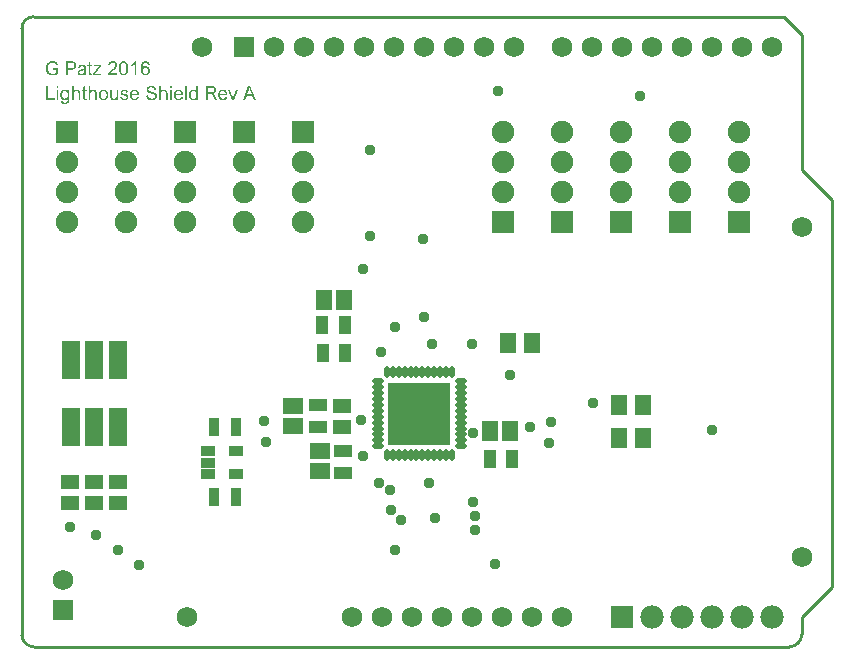
<source format=gts>
G04 Layer_Color=20142*
%FSLAX25Y25*%
%MOIN*%
G70*
G01*
G75*
%ADD22C,0.01000*%
%ADD36R,0.05721X0.06509*%
%ADD37R,0.04343X0.05918*%
%ADD38R,0.05721X0.06902*%
%ADD39R,0.03556X0.05918*%
G04:AMPARAMS|DCode=40|XSize=48mil|YSize=63mil|CornerRadius=9mil|HoleSize=0mil|Usage=FLASHONLY|Rotation=90.000|XOffset=0mil|YOffset=0mil|HoleType=Round|Shape=RoundedRectangle|*
%AMROUNDEDRECTD40*
21,1,0.04800,0.04500,0,0,90.0*
21,1,0.03000,0.06300,0,0,90.0*
1,1,0.01800,0.02250,0.01500*
1,1,0.01800,0.02250,-0.01500*
1,1,0.01800,-0.02250,-0.01500*
1,1,0.01800,-0.02250,0.01500*
%
%ADD40ROUNDEDRECTD40*%
%ADD41R,0.05918X0.04343*%
%ADD42R,0.06509X0.05721*%
%ADD43R,0.05131X0.03359*%
%ADD44O,0.03950X0.01784*%
%ADD45O,0.01784X0.03950*%
%ADD46R,0.21076X0.21076*%
%ADD47R,0.06312X0.12611*%
%ADD48R,0.06902X0.06902*%
%ADD49C,0.06902*%
%ADD50C,0.07493*%
%ADD51R,0.07493X0.07493*%
%ADD52C,0.06800*%
%ADD53C,0.07800*%
%ADD54R,0.07800X0.07800*%
%ADD55R,0.06902X0.06902*%
%ADD56C,0.03753*%
%ADD57C,0.03300*%
G36*
X801053Y1144583D02*
X801104D01*
X801213Y1144561D01*
X801337Y1144539D01*
X801475Y1144502D01*
X801614Y1144451D01*
X801745Y1144378D01*
X801752D01*
X801760Y1144371D01*
X801803Y1144342D01*
X801869Y1144291D01*
X801942Y1144225D01*
X802029Y1144138D01*
X802117Y1144029D01*
X802204Y1143905D01*
X802277Y1143766D01*
Y1143759D01*
X802285Y1143752D01*
X802292Y1143722D01*
X802306Y1143693D01*
X802321Y1143657D01*
X802336Y1143613D01*
X802357Y1143555D01*
X802372Y1143496D01*
X802409Y1143351D01*
X802438Y1143190D01*
X802460Y1143001D01*
X802467Y1142797D01*
Y1142680D01*
X799944D01*
Y1142673D01*
Y1142665D01*
X799952Y1142622D01*
X799959Y1142549D01*
X799974Y1142468D01*
X799988Y1142367D01*
X800017Y1142264D01*
X800047Y1142155D01*
X800090Y1142053D01*
X800098Y1142038D01*
X800112Y1142009D01*
X800141Y1141965D01*
X800185Y1141907D01*
X800236Y1141842D01*
X800294Y1141776D01*
X800367Y1141718D01*
X800447Y1141659D01*
X800455Y1141652D01*
X800491Y1141638D01*
X800535Y1141616D01*
X800601Y1141594D01*
X800673Y1141572D01*
X800761Y1141550D01*
X800856Y1141535D01*
X800965Y1141528D01*
X801023D01*
X801082Y1141535D01*
X801162Y1141550D01*
X801249Y1141572D01*
X801344Y1141608D01*
X801439Y1141652D01*
X801526Y1141718D01*
X801534Y1141725D01*
X801563Y1141754D01*
X801607Y1141798D01*
X801658Y1141856D01*
X801716Y1141929D01*
X801767Y1142017D01*
X801818Y1142111D01*
X801855Y1142228D01*
X802416Y1142140D01*
Y1142133D01*
X802409Y1142119D01*
X802401Y1142089D01*
X802387Y1142053D01*
X802372Y1142017D01*
X802350Y1141965D01*
X802299Y1141849D01*
X802226Y1141725D01*
X802131Y1141594D01*
X802022Y1141463D01*
X801884Y1141346D01*
X801876D01*
X801869Y1141331D01*
X801847Y1141324D01*
X801811Y1141302D01*
X801774Y1141280D01*
X801731Y1141258D01*
X801621Y1141207D01*
X801483Y1141156D01*
X801315Y1141113D01*
X801133Y1141083D01*
X800936Y1141069D01*
X800856D01*
X800812Y1141076D01*
X800768Y1141083D01*
X800652Y1141098D01*
X800520Y1141120D01*
X800382Y1141156D01*
X800236Y1141207D01*
X800098Y1141273D01*
X800090D01*
X800083Y1141280D01*
X800039Y1141309D01*
X799974Y1141360D01*
X799894Y1141426D01*
X799806Y1141514D01*
X799711Y1141616D01*
X799624Y1141739D01*
X799544Y1141878D01*
Y1141885D01*
X799536Y1141893D01*
X799529Y1141914D01*
X799514Y1141951D01*
X799500Y1141987D01*
X799485Y1142031D01*
X799449Y1142140D01*
X799412Y1142279D01*
X799383Y1142432D01*
X799361Y1142607D01*
X799354Y1142797D01*
Y1142804D01*
Y1142818D01*
Y1142848D01*
Y1142891D01*
X799361Y1142935D01*
Y1142993D01*
X799376Y1143117D01*
X799398Y1143270D01*
X799434Y1143431D01*
X799478Y1143591D01*
X799544Y1143744D01*
Y1143752D01*
X799551Y1143759D01*
X799565Y1143781D01*
X799580Y1143810D01*
X799624Y1143883D01*
X799682Y1143970D01*
X799762Y1144072D01*
X799857Y1144174D01*
X799966Y1144276D01*
X800090Y1144364D01*
X800098D01*
X800105Y1144371D01*
X800127Y1144386D01*
X800156Y1144400D01*
X800229Y1144437D01*
X800331Y1144481D01*
X800455Y1144517D01*
X800601Y1144553D01*
X800761Y1144583D01*
X800936Y1144590D01*
X801016D01*
X801053Y1144583D01*
D02*
G37*
G36*
X815800D02*
X815851D01*
X815961Y1144561D01*
X816084Y1144539D01*
X816223Y1144502D01*
X816362Y1144451D01*
X816493Y1144378D01*
X816500D01*
X816507Y1144371D01*
X816551Y1144342D01*
X816617Y1144291D01*
X816690Y1144225D01*
X816777Y1144138D01*
X816865Y1144029D01*
X816952Y1143905D01*
X817025Y1143766D01*
Y1143759D01*
X817032Y1143752D01*
X817039Y1143722D01*
X817054Y1143693D01*
X817069Y1143657D01*
X817083Y1143613D01*
X817105Y1143555D01*
X817120Y1143496D01*
X817156Y1143351D01*
X817185Y1143190D01*
X817207Y1143001D01*
X817214Y1142797D01*
Y1142680D01*
X814692D01*
Y1142673D01*
Y1142665D01*
X814699Y1142622D01*
X814707Y1142549D01*
X814721Y1142468D01*
X814736Y1142367D01*
X814765Y1142264D01*
X814794Y1142155D01*
X814838Y1142053D01*
X814845Y1142038D01*
X814860Y1142009D01*
X814889Y1141965D01*
X814933Y1141907D01*
X814984Y1141842D01*
X815042Y1141776D01*
X815115Y1141718D01*
X815195Y1141659D01*
X815203Y1141652D01*
X815239Y1141638D01*
X815283Y1141616D01*
X815348Y1141594D01*
X815421Y1141572D01*
X815509Y1141550D01*
X815603Y1141535D01*
X815713Y1141528D01*
X815771D01*
X815829Y1141535D01*
X815910Y1141550D01*
X815997Y1141572D01*
X816092Y1141608D01*
X816187Y1141652D01*
X816274Y1141718D01*
X816281Y1141725D01*
X816311Y1141754D01*
X816354Y1141798D01*
X816405Y1141856D01*
X816464Y1141929D01*
X816515Y1142017D01*
X816566Y1142111D01*
X816602Y1142228D01*
X817163Y1142140D01*
Y1142133D01*
X817156Y1142119D01*
X817149Y1142089D01*
X817134Y1142053D01*
X817120Y1142017D01*
X817098Y1141965D01*
X817047Y1141849D01*
X816974Y1141725D01*
X816879Y1141594D01*
X816770Y1141463D01*
X816631Y1141346D01*
X816624D01*
X816617Y1141331D01*
X816595Y1141324D01*
X816558Y1141302D01*
X816522Y1141280D01*
X816478Y1141258D01*
X816369Y1141207D01*
X816230Y1141156D01*
X816063Y1141113D01*
X815880Y1141083D01*
X815684Y1141069D01*
X815603D01*
X815560Y1141076D01*
X815516Y1141083D01*
X815399Y1141098D01*
X815268Y1141120D01*
X815130Y1141156D01*
X814984Y1141207D01*
X814845Y1141273D01*
X814838D01*
X814831Y1141280D01*
X814787Y1141309D01*
X814721Y1141360D01*
X814641Y1141426D01*
X814554Y1141514D01*
X814459Y1141616D01*
X814371Y1141739D01*
X814291Y1141878D01*
Y1141885D01*
X814284Y1141893D01*
X814277Y1141914D01*
X814262Y1141951D01*
X814248Y1141987D01*
X814233Y1142031D01*
X814196Y1142140D01*
X814160Y1142279D01*
X814131Y1142432D01*
X814109Y1142607D01*
X814102Y1142797D01*
Y1142804D01*
Y1142818D01*
Y1142848D01*
Y1142891D01*
X814109Y1142935D01*
Y1142993D01*
X814124Y1143117D01*
X814145Y1143270D01*
X814182Y1143431D01*
X814226Y1143591D01*
X814291Y1143744D01*
Y1143752D01*
X814299Y1143759D01*
X814313Y1143781D01*
X814328Y1143810D01*
X814371Y1143883D01*
X814430Y1143970D01*
X814510Y1144072D01*
X814605Y1144174D01*
X814714Y1144276D01*
X814838Y1144364D01*
X814845D01*
X814853Y1144371D01*
X814874Y1144386D01*
X814904Y1144400D01*
X814977Y1144437D01*
X815079Y1144481D01*
X815203Y1144517D01*
X815348Y1144553D01*
X815509Y1144583D01*
X815684Y1144590D01*
X815764D01*
X815800Y1144583D01*
D02*
G37*
G36*
X776019D02*
X776062D01*
X776179Y1144568D01*
X776303Y1144539D01*
X776441Y1144502D01*
X776580Y1144451D01*
X776719Y1144386D01*
X776726D01*
X776733Y1144378D01*
X776777Y1144349D01*
X776842Y1144298D01*
X776923Y1144233D01*
X777010Y1144145D01*
X777105Y1144043D01*
X777192Y1143919D01*
X777273Y1143781D01*
Y1143773D01*
X777280Y1143766D01*
X777294Y1143744D01*
X777302Y1143708D01*
X777324Y1143671D01*
X777338Y1143628D01*
X777375Y1143511D01*
X777411Y1143373D01*
X777448Y1143212D01*
X777469Y1143030D01*
X777477Y1142826D01*
Y1142818D01*
Y1142804D01*
Y1142775D01*
Y1142731D01*
X777469Y1142687D01*
Y1142629D01*
X777455Y1142498D01*
X777426Y1142352D01*
X777389Y1142192D01*
X777338Y1142024D01*
X777273Y1141871D01*
Y1141864D01*
X777265Y1141856D01*
X777251Y1141834D01*
X777236Y1141805D01*
X777192Y1141732D01*
X777127Y1141652D01*
X777054Y1141550D01*
X776959Y1141455D01*
X776842Y1141360D01*
X776719Y1141273D01*
X776711D01*
X776704Y1141266D01*
X776682Y1141251D01*
X776653Y1141244D01*
X776580Y1141207D01*
X776485Y1141171D01*
X776361Y1141134D01*
X776223Y1141098D01*
X776062Y1141076D01*
X775895Y1141069D01*
X775815D01*
X775778Y1141076D01*
X775727D01*
X775618Y1141091D01*
X775487Y1141120D01*
X775348Y1141149D01*
X775210Y1141200D01*
X775071Y1141266D01*
X775064D01*
X775056Y1141273D01*
X775013Y1141302D01*
X774947Y1141346D01*
X774867Y1141411D01*
X774779Y1141499D01*
X774685Y1141601D01*
X774590Y1141718D01*
X774510Y1141856D01*
Y1141864D01*
X774502Y1141878D01*
X774495Y1141900D01*
X774480Y1141929D01*
X774466Y1141965D01*
X774444Y1142017D01*
X774430Y1142068D01*
X774415Y1142126D01*
X774378Y1142272D01*
X774342Y1142432D01*
X774320Y1142622D01*
X774313Y1142826D01*
Y1142833D01*
Y1142848D01*
Y1142877D01*
Y1142920D01*
X774320Y1142964D01*
Y1143023D01*
X774335Y1143147D01*
X774364Y1143292D01*
X774393Y1143453D01*
X774444Y1143613D01*
X774510Y1143766D01*
Y1143773D01*
X774517Y1143781D01*
X774532Y1143803D01*
X774546Y1143832D01*
X774590Y1143905D01*
X774655Y1143992D01*
X774728Y1144094D01*
X774823Y1144196D01*
X774940Y1144291D01*
X775064Y1144378D01*
X775071D01*
X775078Y1144386D01*
X775100Y1144400D01*
X775129Y1144415D01*
X775202Y1144444D01*
X775304Y1144488D01*
X775421Y1144524D01*
X775567Y1144561D01*
X775720Y1144583D01*
X775895Y1144590D01*
X775975D01*
X776019Y1144583D01*
D02*
G37*
G36*
X786356D02*
X786407D01*
X786516Y1144561D01*
X786640Y1144539D01*
X786779Y1144502D01*
X786917Y1144451D01*
X787048Y1144378D01*
X787056D01*
X787063Y1144371D01*
X787107Y1144342D01*
X787172Y1144291D01*
X787245Y1144225D01*
X787333Y1144138D01*
X787420Y1144029D01*
X787508Y1143905D01*
X787581Y1143766D01*
Y1143759D01*
X787588Y1143752D01*
X787595Y1143722D01*
X787610Y1143693D01*
X787624Y1143657D01*
X787639Y1143613D01*
X787661Y1143555D01*
X787675Y1143496D01*
X787712Y1143351D01*
X787741Y1143190D01*
X787763Y1143001D01*
X787770Y1142797D01*
Y1142680D01*
X785248D01*
Y1142673D01*
Y1142665D01*
X785255Y1142622D01*
X785262Y1142549D01*
X785277Y1142468D01*
X785292Y1142367D01*
X785321Y1142264D01*
X785350Y1142155D01*
X785394Y1142053D01*
X785401Y1142038D01*
X785416Y1142009D01*
X785445Y1141965D01*
X785488Y1141907D01*
X785539Y1141842D01*
X785598Y1141776D01*
X785671Y1141718D01*
X785751Y1141659D01*
X785758Y1141652D01*
X785795Y1141638D01*
X785838Y1141616D01*
X785904Y1141594D01*
X785977Y1141572D01*
X786064Y1141550D01*
X786159Y1141535D01*
X786268Y1141528D01*
X786327D01*
X786385Y1141535D01*
X786465Y1141550D01*
X786553Y1141572D01*
X786648Y1141608D01*
X786742Y1141652D01*
X786830Y1141718D01*
X786837Y1141725D01*
X786866Y1141754D01*
X786910Y1141798D01*
X786961Y1141856D01*
X787019Y1141929D01*
X787070Y1142017D01*
X787121Y1142111D01*
X787158Y1142228D01*
X787719Y1142140D01*
Y1142133D01*
X787712Y1142119D01*
X787705Y1142089D01*
X787690Y1142053D01*
X787675Y1142017D01*
X787653Y1141965D01*
X787603Y1141849D01*
X787530Y1141725D01*
X787435Y1141594D01*
X787325Y1141463D01*
X787187Y1141346D01*
X787180D01*
X787172Y1141331D01*
X787150Y1141324D01*
X787114Y1141302D01*
X787078Y1141280D01*
X787034Y1141258D01*
X786925Y1141207D01*
X786786Y1141156D01*
X786618Y1141113D01*
X786436Y1141083D01*
X786239Y1141069D01*
X786159D01*
X786115Y1141076D01*
X786072Y1141083D01*
X785955Y1141098D01*
X785824Y1141120D01*
X785685Y1141156D01*
X785539Y1141207D01*
X785401Y1141273D01*
X785394D01*
X785386Y1141280D01*
X785343Y1141309D01*
X785277Y1141360D01*
X785197Y1141426D01*
X785109Y1141514D01*
X785015Y1141616D01*
X784927Y1141739D01*
X784847Y1141878D01*
Y1141885D01*
X784840Y1141893D01*
X784832Y1141914D01*
X784818Y1141951D01*
X784803Y1141987D01*
X784789Y1142031D01*
X784752Y1142140D01*
X784716Y1142279D01*
X784687Y1142432D01*
X784665Y1142607D01*
X784657Y1142797D01*
Y1142804D01*
Y1142818D01*
Y1142848D01*
Y1142891D01*
X784665Y1142935D01*
Y1142993D01*
X784679Y1143117D01*
X784701Y1143270D01*
X784737Y1143431D01*
X784781Y1143591D01*
X784847Y1143744D01*
Y1143752D01*
X784854Y1143759D01*
X784869Y1143781D01*
X784883Y1143810D01*
X784927Y1143883D01*
X784985Y1143970D01*
X785066Y1144072D01*
X785160Y1144174D01*
X785270Y1144276D01*
X785394Y1144364D01*
X785401D01*
X785408Y1144371D01*
X785430Y1144386D01*
X785459Y1144400D01*
X785532Y1144437D01*
X785634Y1144481D01*
X785758Y1144517D01*
X785904Y1144553D01*
X786064Y1144583D01*
X786239Y1144590D01*
X786319D01*
X786356Y1144583D01*
D02*
G37*
G36*
X769662Y1144510D02*
X770303D01*
Y1144072D01*
X769662D01*
Y1142024D01*
Y1142017D01*
Y1141995D01*
Y1141958D01*
X769669Y1141914D01*
X769676Y1141827D01*
X769684Y1141776D01*
X769698Y1141739D01*
X769706Y1141725D01*
X769727Y1141696D01*
X769757Y1141652D01*
X769800Y1141623D01*
X769815Y1141616D01*
X769851Y1141608D01*
X769902Y1141601D01*
X769983Y1141594D01*
X770034D01*
X770070Y1141601D01*
X770114D01*
X770165Y1141616D01*
X770230Y1141623D01*
X770303Y1141638D01*
X770376Y1141156D01*
X770369D01*
X770332Y1141149D01*
X770289Y1141142D01*
X770223Y1141134D01*
X770150Y1141120D01*
X770070Y1141113D01*
X769888Y1141105D01*
X769837D01*
X769786Y1141113D01*
X769713Y1141120D01*
X769640Y1141127D01*
X769560Y1141142D01*
X769480Y1141164D01*
X769414Y1141193D01*
X769407Y1141200D01*
X769385Y1141207D01*
X769356Y1141229D01*
X769319Y1141258D01*
X769283Y1141295D01*
X769239Y1141346D01*
X769203Y1141397D01*
X769166Y1141463D01*
Y1141470D01*
X769151Y1141499D01*
X769144Y1141543D01*
X769130Y1141601D01*
X769115Y1141689D01*
X769108Y1141798D01*
X769093Y1141929D01*
Y1142082D01*
Y1144072D01*
X768612D01*
Y1144510D01*
X769093D01*
Y1145290D01*
X769662Y1145698D01*
Y1144510D01*
D02*
G37*
G36*
X765958Y1144094D02*
X765966Y1144102D01*
X765988Y1144131D01*
X766024Y1144174D01*
X766068Y1144225D01*
X766126Y1144284D01*
X766199Y1144342D01*
X766287Y1144400D01*
X766381Y1144451D01*
X766396Y1144459D01*
X766432Y1144473D01*
X766483Y1144495D01*
X766556Y1144524D01*
X766644Y1144546D01*
X766739Y1144568D01*
X766841Y1144583D01*
X766950Y1144590D01*
X767008D01*
X767045Y1144583D01*
X767096D01*
X767154Y1144575D01*
X767278Y1144553D01*
X767424Y1144517D01*
X767570Y1144459D01*
X767708Y1144386D01*
X767832Y1144284D01*
X767847Y1144269D01*
X767876Y1144225D01*
X767927Y1144160D01*
X767985Y1144065D01*
X768036Y1143941D01*
X768087Y1143795D01*
X768116Y1143620D01*
X768131Y1143423D01*
Y1141142D01*
X767562D01*
Y1143343D01*
Y1143351D01*
Y1143358D01*
Y1143402D01*
X767555Y1143474D01*
X767540Y1143555D01*
X767519Y1143642D01*
X767482Y1143737D01*
X767438Y1143824D01*
X767373Y1143905D01*
X767366Y1143912D01*
X767336Y1143934D01*
X767300Y1143963D01*
X767241Y1143999D01*
X767169Y1144036D01*
X767081Y1144065D01*
X766972Y1144087D01*
X766855Y1144094D01*
X766790D01*
X766717Y1144080D01*
X766622Y1144065D01*
X766520Y1144036D01*
X766410Y1143992D01*
X766308Y1143927D01*
X766206Y1143846D01*
X766199Y1143832D01*
X766170Y1143795D01*
X766126Y1143737D01*
X766082Y1143649D01*
X766039Y1143533D01*
X766017Y1143467D01*
X765995Y1143394D01*
X765980Y1143307D01*
X765966Y1143219D01*
X765958Y1143117D01*
Y1143015D01*
Y1141142D01*
X765383D01*
Y1145800D01*
X765958D01*
Y1144094D01*
D02*
G37*
G36*
X771477D02*
X771484Y1144102D01*
X771506Y1144131D01*
X771543Y1144174D01*
X771586Y1144225D01*
X771645Y1144284D01*
X771718Y1144342D01*
X771805Y1144400D01*
X771900Y1144451D01*
X771914Y1144459D01*
X771951Y1144473D01*
X772002Y1144495D01*
X772075Y1144524D01*
X772162Y1144546D01*
X772257Y1144568D01*
X772359Y1144583D01*
X772469Y1144590D01*
X772527D01*
X772563Y1144583D01*
X772614D01*
X772673Y1144575D01*
X772796Y1144553D01*
X772942Y1144517D01*
X773088Y1144459D01*
X773227Y1144386D01*
X773351Y1144284D01*
X773365Y1144269D01*
X773394Y1144225D01*
X773445Y1144160D01*
X773504Y1144065D01*
X773555Y1143941D01*
X773606Y1143795D01*
X773635Y1143620D01*
X773649Y1143423D01*
Y1141142D01*
X773081D01*
Y1143343D01*
Y1143351D01*
Y1143358D01*
Y1143402D01*
X773073Y1143474D01*
X773059Y1143555D01*
X773037Y1143642D01*
X773001Y1143737D01*
X772957Y1143824D01*
X772891Y1143905D01*
X772884Y1143912D01*
X772855Y1143934D01*
X772818Y1143963D01*
X772760Y1143999D01*
X772687Y1144036D01*
X772600Y1144065D01*
X772490Y1144087D01*
X772374Y1144094D01*
X772308D01*
X772235Y1144080D01*
X772140Y1144065D01*
X772038Y1144036D01*
X771929Y1143992D01*
X771827Y1143927D01*
X771725Y1143846D01*
X771718Y1143832D01*
X771688Y1143795D01*
X771645Y1143737D01*
X771601Y1143649D01*
X771557Y1143533D01*
X771535Y1143467D01*
X771514Y1143394D01*
X771499Y1143307D01*
X771484Y1143219D01*
X771477Y1143117D01*
Y1143015D01*
Y1141142D01*
X770901D01*
Y1145800D01*
X771477D01*
Y1144094D01*
D02*
G37*
G36*
X757305Y1141689D02*
X759602D01*
Y1141142D01*
X756686D01*
Y1145800D01*
X757305D01*
Y1141689D01*
D02*
G37*
G36*
X760819Y1141142D02*
X760243D01*
Y1144510D01*
X760819D01*
Y1141142D01*
D02*
G37*
G36*
X763050Y1144583D02*
X763130Y1144575D01*
X763225Y1144561D01*
X763327Y1144539D01*
X763429Y1144510D01*
X763524Y1144466D01*
X763538Y1144459D01*
X763567Y1144444D01*
X763611Y1144415D01*
X763669Y1144378D01*
X763735Y1144328D01*
X763808Y1144262D01*
X763881Y1144189D01*
X763954Y1144109D01*
X763968D01*
Y1144510D01*
X764501D01*
Y1141426D01*
Y1141419D01*
Y1141390D01*
Y1141346D01*
X764493Y1141295D01*
Y1141222D01*
X764479Y1141142D01*
X764471Y1141054D01*
X764457Y1140967D01*
X764413Y1140763D01*
X764347Y1140559D01*
X764304Y1140456D01*
X764260Y1140362D01*
X764202Y1140274D01*
X764136Y1140194D01*
X764129Y1140187D01*
X764121Y1140180D01*
X764100Y1140158D01*
X764070Y1140128D01*
X764027Y1140099D01*
X763983Y1140063D01*
X763925Y1140026D01*
X763859Y1139990D01*
X763779Y1139946D01*
X763691Y1139910D01*
X763604Y1139873D01*
X763494Y1139844D01*
X763385Y1139815D01*
X763261Y1139793D01*
X763130Y1139786D01*
X762984Y1139779D01*
X762926D01*
X762882Y1139786D01*
X762831D01*
X762773Y1139793D01*
X762634Y1139815D01*
X762474Y1139851D01*
X762314Y1139895D01*
X762160Y1139968D01*
X762022Y1140063D01*
X762007Y1140077D01*
X761971Y1140114D01*
X761913Y1140180D01*
X761847Y1140267D01*
X761781Y1140384D01*
X761716Y1140515D01*
X761672Y1140683D01*
X761643Y1140865D01*
X762197Y1140777D01*
Y1140763D01*
X762204Y1140734D01*
X762219Y1140683D01*
X762241Y1140624D01*
X762270Y1140559D01*
X762314Y1140493D01*
X762364Y1140435D01*
X762430Y1140376D01*
X762437Y1140369D01*
X762467Y1140354D01*
X762510Y1140333D01*
X762576Y1140311D01*
X762649Y1140289D01*
X762744Y1140267D01*
X762853Y1140252D01*
X762977Y1140245D01*
X763021D01*
X763057Y1140252D01*
X763145Y1140260D01*
X763254Y1140274D01*
X763371Y1140303D01*
X763487Y1140347D01*
X763604Y1140413D01*
X763699Y1140493D01*
X763706Y1140508D01*
X763721Y1140522D01*
X763735Y1140544D01*
X763750Y1140573D01*
X763771Y1140617D01*
X763793Y1140661D01*
X763815Y1140719D01*
X763837Y1140777D01*
X763859Y1140850D01*
X763881Y1140938D01*
X763895Y1141025D01*
X763910Y1141134D01*
X763925Y1141244D01*
X763932Y1141368D01*
Y1141506D01*
Y1141579D01*
X763925Y1141572D01*
X763917Y1141557D01*
X763895Y1141535D01*
X763866Y1141514D01*
X763830Y1141477D01*
X763786Y1141441D01*
X763728Y1141404D01*
X763669Y1141360D01*
X763531Y1141280D01*
X763363Y1141207D01*
X763276Y1141185D01*
X763174Y1141164D01*
X763072Y1141149D01*
X762962Y1141142D01*
X762889D01*
X762809Y1141156D01*
X762700Y1141171D01*
X762583Y1141193D01*
X762452Y1141229D01*
X762321Y1141280D01*
X762190Y1141353D01*
X762175Y1141360D01*
X762131Y1141397D01*
X762073Y1141441D01*
X762000Y1141514D01*
X761913Y1141594D01*
X761832Y1141703D01*
X761745Y1141820D01*
X761672Y1141958D01*
Y1141965D01*
X761665Y1141973D01*
X761657Y1141995D01*
X761643Y1142031D01*
X761628Y1142068D01*
X761614Y1142111D01*
X761585Y1142221D01*
X761548Y1142352D01*
X761519Y1142505D01*
X761497Y1142673D01*
X761490Y1142855D01*
Y1142862D01*
Y1142877D01*
Y1142906D01*
Y1142942D01*
X761497Y1142986D01*
Y1143037D01*
X761512Y1143161D01*
X761533Y1143300D01*
X761563Y1143453D01*
X761599Y1143606D01*
X761657Y1143759D01*
Y1143766D01*
X761665Y1143773D01*
X761672Y1143795D01*
X761687Y1143824D01*
X761730Y1143897D01*
X761781Y1143985D01*
X761847Y1144080D01*
X761934Y1144182D01*
X762037Y1144284D01*
X762146Y1144371D01*
X762153D01*
X762160Y1144378D01*
X762204Y1144408D01*
X762277Y1144444D01*
X762364Y1144481D01*
X762481Y1144524D01*
X762612Y1144553D01*
X762766Y1144583D01*
X762926Y1144590D01*
X762984D01*
X763050Y1144583D01*
D02*
G37*
G36*
X765259Y1154060D02*
X765332D01*
X765412Y1154053D01*
X765499Y1154039D01*
X765594Y1154024D01*
X765791Y1153980D01*
X766002Y1153922D01*
X766199Y1153835D01*
X766294Y1153776D01*
X766381Y1153718D01*
X766389Y1153711D01*
X766403Y1153703D01*
X766425Y1153681D01*
X766454Y1153652D01*
X766483Y1153616D01*
X766520Y1153572D01*
X766564Y1153521D01*
X766607Y1153463D01*
X766644Y1153390D01*
X766687Y1153317D01*
X766724Y1153229D01*
X766760Y1153142D01*
X766782Y1153040D01*
X766804Y1152931D01*
X766819Y1152821D01*
X766826Y1152697D01*
Y1152690D01*
Y1152675D01*
Y1152654D01*
Y1152617D01*
X766819Y1152581D01*
Y1152537D01*
X766797Y1152427D01*
X766775Y1152304D01*
X766739Y1152172D01*
X766687Y1152041D01*
X766615Y1151910D01*
X766607Y1151895D01*
X766578Y1151859D01*
X766527Y1151801D01*
X766462Y1151728D01*
X766381Y1151647D01*
X766279Y1151567D01*
X766163Y1151494D01*
X766024Y1151422D01*
X766017D01*
X766010Y1151414D01*
X765988Y1151407D01*
X765958Y1151392D01*
X765922Y1151385D01*
X765878Y1151371D01*
X765769Y1151341D01*
X765638Y1151305D01*
X765477Y1151283D01*
X765302Y1151261D01*
X765113Y1151254D01*
X764129D01*
Y1149409D01*
X763509D01*
Y1154068D01*
X765208D01*
X765259Y1154060D01*
D02*
G37*
G36*
X768896Y1152850D02*
X768998Y1152843D01*
X769115Y1152829D01*
X769239Y1152807D01*
X769356Y1152777D01*
X769465Y1152741D01*
X769480Y1152734D01*
X769509Y1152719D01*
X769560Y1152690D01*
X769625Y1152654D01*
X769691Y1152602D01*
X769764Y1152537D01*
X769830Y1152464D01*
X769888Y1152369D01*
X769895Y1152355D01*
X769910Y1152326D01*
X769932Y1152267D01*
X769961Y1152187D01*
X769983Y1152092D01*
X770004Y1151976D01*
X770019Y1151837D01*
X770026Y1151684D01*
Y1150474D01*
Y1150459D01*
Y1150423D01*
Y1150364D01*
Y1150299D01*
X770034Y1150219D01*
Y1150138D01*
Y1150058D01*
X770041Y1149985D01*
Y1149978D01*
Y1149956D01*
X770048Y1149927D01*
X770055Y1149883D01*
X770070Y1149788D01*
X770092Y1149694D01*
Y1149687D01*
X770099Y1149672D01*
X770107Y1149643D01*
X770121Y1149614D01*
X770136Y1149570D01*
X770150Y1149519D01*
X770201Y1149409D01*
X769611D01*
Y1149417D01*
X769603Y1149424D01*
X769582Y1149468D01*
X769560Y1149526D01*
X769538Y1149577D01*
Y1149584D01*
Y1149592D01*
X769531Y1149606D01*
X769523Y1149635D01*
X769516Y1149672D01*
X769509Y1149716D01*
X769494Y1149767D01*
X769487Y1149825D01*
X769480Y1149810D01*
X769443Y1149781D01*
X769399Y1149737D01*
X769334Y1149679D01*
X769254Y1149621D01*
X769166Y1149555D01*
X769071Y1149497D01*
X768969Y1149446D01*
X768955Y1149439D01*
X768918Y1149431D01*
X768867Y1149409D01*
X768787Y1149395D01*
X768700Y1149373D01*
X768590Y1149351D01*
X768473Y1149344D01*
X768342Y1149337D01*
X768291D01*
X768233Y1149344D01*
X768153Y1149351D01*
X768065Y1149366D01*
X767971Y1149388D01*
X767876Y1149417D01*
X767781Y1149453D01*
X767774Y1149461D01*
X767744Y1149475D01*
X767701Y1149504D01*
X767642Y1149541D01*
X767584Y1149584D01*
X767526Y1149643D01*
X767460Y1149708D01*
X767409Y1149788D01*
X767402Y1149796D01*
X767387Y1149825D01*
X767366Y1149876D01*
X767344Y1149934D01*
X767322Y1150014D01*
X767300Y1150102D01*
X767285Y1150197D01*
X767278Y1150299D01*
Y1150306D01*
Y1150321D01*
Y1150343D01*
X767285Y1150372D01*
X767293Y1150452D01*
X767314Y1150547D01*
X767351Y1150663D01*
X767395Y1150773D01*
X767467Y1150889D01*
X767562Y1150991D01*
X767577Y1151006D01*
X767621Y1151035D01*
X767650Y1151057D01*
X767686Y1151079D01*
X767730Y1151101D01*
X767788Y1151130D01*
X767847Y1151159D01*
X767912Y1151188D01*
X767992Y1151217D01*
X768073Y1151246D01*
X768167Y1151276D01*
X768262Y1151305D01*
X768371Y1151327D01*
X768488Y1151349D01*
X768495D01*
X768517Y1151356D01*
X768554D01*
X768598Y1151363D01*
X768656Y1151378D01*
X768721Y1151385D01*
X768860Y1151414D01*
X769020Y1151443D01*
X769181Y1151472D01*
X769326Y1151509D01*
X769392Y1151531D01*
X769450Y1151545D01*
Y1151633D01*
Y1151647D01*
Y1151677D01*
Y1151735D01*
X769443Y1151793D01*
X769436Y1151866D01*
X769421Y1151939D01*
X769399Y1152012D01*
X769378Y1152078D01*
Y1152085D01*
X769363Y1152107D01*
X769348Y1152136D01*
X769319Y1152165D01*
X769290Y1152209D01*
X769246Y1152245D01*
X769203Y1152282D01*
X769144Y1152311D01*
X769137Y1152318D01*
X769115Y1152326D01*
X769079Y1152340D01*
X769028Y1152355D01*
X768969Y1152369D01*
X768896Y1152376D01*
X768809Y1152391D01*
X768656D01*
X768590Y1152384D01*
X768517Y1152369D01*
X768430Y1152355D01*
X768335Y1152326D01*
X768248Y1152282D01*
X768167Y1152231D01*
X768160Y1152223D01*
X768138Y1152201D01*
X768102Y1152165D01*
X768058Y1152114D01*
X768014Y1152041D01*
X767971Y1151961D01*
X767934Y1151859D01*
X767905Y1151742D01*
X767344Y1151830D01*
Y1151837D01*
X767351Y1151852D01*
X767358Y1151881D01*
X767366Y1151917D01*
X767380Y1151954D01*
X767395Y1152005D01*
X767438Y1152114D01*
X767504Y1152238D01*
X767584Y1152369D01*
X767679Y1152486D01*
X767803Y1152595D01*
X767810D01*
X767817Y1152610D01*
X767839Y1152617D01*
X767869Y1152639D01*
X767905Y1152654D01*
X767949Y1152675D01*
X768058Y1152726D01*
X768189Y1152777D01*
X768350Y1152814D01*
X768539Y1152843D01*
X768743Y1152858D01*
X768816D01*
X768896Y1152850D01*
D02*
G37*
G36*
X782696Y1154060D02*
X782762Y1154053D01*
X782835Y1154039D01*
X782915Y1154017D01*
X783003Y1153995D01*
X783090Y1153966D01*
X783185Y1153929D01*
X783280Y1153885D01*
X783374Y1153827D01*
X783462Y1153762D01*
X783549Y1153689D01*
X783637Y1153601D01*
X783710Y1153499D01*
X783717Y1153492D01*
X783724Y1153470D01*
X783746Y1153441D01*
X783768Y1153390D01*
X783797Y1153331D01*
X783826Y1153259D01*
X783863Y1153164D01*
X783899Y1153062D01*
X783936Y1152945D01*
X783972Y1152814D01*
X784001Y1152668D01*
X784030Y1152500D01*
X784052Y1152326D01*
X784074Y1152129D01*
X784081Y1151925D01*
X784089Y1151698D01*
Y1151684D01*
Y1151647D01*
Y1151589D01*
X784081Y1151509D01*
Y1151407D01*
X784067Y1151298D01*
X784060Y1151174D01*
X784045Y1151035D01*
X784001Y1150751D01*
X783936Y1150459D01*
X783892Y1150313D01*
X783848Y1150175D01*
X783790Y1150044D01*
X783724Y1149927D01*
X783717Y1149920D01*
X783710Y1149905D01*
X783688Y1149876D01*
X783659Y1149832D01*
X783615Y1149788D01*
X783571Y1149737D01*
X783513Y1149687D01*
X783447Y1149635D01*
X783367Y1149577D01*
X783280Y1149526D01*
X783192Y1149475D01*
X783083Y1149431D01*
X782973Y1149395D01*
X782849Y1149366D01*
X782718Y1149344D01*
X782572Y1149337D01*
X782536D01*
X782492Y1149344D01*
X782441D01*
X782368Y1149358D01*
X782295Y1149366D01*
X782208Y1149388D01*
X782120Y1149417D01*
X782018Y1149446D01*
X781924Y1149490D01*
X781829Y1149533D01*
X781727Y1149592D01*
X781639Y1149665D01*
X781552Y1149745D01*
X781472Y1149840D01*
X781399Y1149949D01*
Y1149956D01*
X781384Y1149978D01*
X781370Y1150014D01*
X781348Y1150066D01*
X781319Y1150124D01*
X781289Y1150204D01*
X781260Y1150292D01*
X781231Y1150394D01*
X781195Y1150510D01*
X781165Y1150642D01*
X781136Y1150787D01*
X781107Y1150940D01*
X781085Y1151108D01*
X781071Y1151290D01*
X781063Y1151487D01*
X781056Y1151691D01*
Y1151698D01*
Y1151720D01*
Y1151764D01*
Y1151815D01*
X781063Y1151873D01*
Y1151946D01*
Y1152027D01*
X781071Y1152121D01*
X781085Y1152311D01*
X781107Y1152515D01*
X781136Y1152719D01*
X781180Y1152916D01*
Y1152923D01*
X781187Y1152938D01*
X781195Y1152967D01*
X781209Y1153003D01*
X781224Y1153040D01*
X781238Y1153091D01*
X781289Y1153208D01*
X781348Y1153339D01*
X781428Y1153477D01*
X781523Y1153616D01*
X781639Y1153740D01*
X781647Y1153747D01*
X781654Y1153754D01*
X781676Y1153769D01*
X781705Y1153791D01*
X781734Y1153813D01*
X781778Y1153842D01*
X781880Y1153907D01*
X782011Y1153966D01*
X782171Y1154017D01*
X782361Y1154053D01*
X782463Y1154068D01*
X782645D01*
X782696Y1154060D01*
D02*
G37*
G36*
X771550Y1152777D02*
X772191D01*
Y1152340D01*
X771550D01*
Y1150292D01*
Y1150284D01*
Y1150262D01*
Y1150226D01*
X771557Y1150182D01*
X771564Y1150095D01*
X771572Y1150044D01*
X771586Y1150007D01*
X771594Y1149993D01*
X771616Y1149963D01*
X771645Y1149920D01*
X771688Y1149891D01*
X771703Y1149883D01*
X771739Y1149876D01*
X771791Y1149869D01*
X771871Y1149861D01*
X771922D01*
X771958Y1149869D01*
X772002D01*
X772053Y1149883D01*
X772119Y1149891D01*
X772191Y1149905D01*
X772264Y1149424D01*
X772257D01*
X772221Y1149417D01*
X772177Y1149409D01*
X772111Y1149402D01*
X772038Y1149388D01*
X771958Y1149380D01*
X771776Y1149373D01*
X771725D01*
X771674Y1149380D01*
X771601Y1149388D01*
X771528Y1149395D01*
X771448Y1149409D01*
X771368Y1149431D01*
X771302Y1149461D01*
X771295Y1149468D01*
X771273Y1149475D01*
X771244Y1149497D01*
X771207Y1149526D01*
X771171Y1149563D01*
X771127Y1149614D01*
X771091Y1149665D01*
X771054Y1149730D01*
Y1149737D01*
X771040Y1149767D01*
X771032Y1149810D01*
X771018Y1149869D01*
X771003Y1149956D01*
X770996Y1150066D01*
X770981Y1150197D01*
Y1150350D01*
Y1152340D01*
X770500D01*
Y1152777D01*
X770981D01*
Y1153557D01*
X771550Y1153966D01*
Y1152777D01*
D02*
G37*
G36*
X775144Y1152406D02*
X773205Y1149905D01*
X775217D01*
Y1149409D01*
X772476D01*
Y1149869D01*
X774364Y1152311D01*
X772585D01*
Y1152777D01*
X775144D01*
Y1152406D01*
D02*
G37*
G36*
X758975Y1154141D02*
X759033D01*
X759106Y1154133D01*
X759193Y1154119D01*
X759281Y1154104D01*
X759470Y1154060D01*
X759675Y1154002D01*
X759871Y1153915D01*
X759966Y1153856D01*
X760061Y1153798D01*
X760068Y1153791D01*
X760083Y1153784D01*
X760105Y1153762D01*
X760141Y1153732D01*
X760178Y1153696D01*
X760221Y1153652D01*
X760272Y1153601D01*
X760323Y1153543D01*
X760382Y1153470D01*
X760433Y1153397D01*
X760491Y1153317D01*
X760542Y1153222D01*
X760593Y1153127D01*
X760644Y1153018D01*
X760688Y1152909D01*
X760724Y1152785D01*
X760119Y1152639D01*
Y1152646D01*
X760112Y1152661D01*
X760105Y1152683D01*
X760097Y1152719D01*
X760061Y1152807D01*
X760010Y1152909D01*
X759951Y1153025D01*
X759871Y1153149D01*
X759777Y1153266D01*
X759660Y1153368D01*
X759645Y1153375D01*
X759602Y1153404D01*
X759529Y1153448D01*
X759434Y1153492D01*
X759317Y1153536D01*
X759179Y1153579D01*
X759018Y1153609D01*
X758844Y1153616D01*
X758763D01*
X758727Y1153609D01*
X758676Y1153601D01*
X758566Y1153587D01*
X758435Y1153557D01*
X758297Y1153521D01*
X758158Y1153463D01*
X758027Y1153382D01*
X758020D01*
X758012Y1153375D01*
X757969Y1153339D01*
X757910Y1153288D01*
X757830Y1153215D01*
X757750Y1153127D01*
X757662Y1153011D01*
X757575Y1152887D01*
X757502Y1152734D01*
Y1152726D01*
X757495Y1152712D01*
X757487Y1152690D01*
X757473Y1152661D01*
X757458Y1152617D01*
X757444Y1152573D01*
X757429Y1152515D01*
X757415Y1152449D01*
X757385Y1152311D01*
X757356Y1152143D01*
X757334Y1151954D01*
X757327Y1151750D01*
Y1151742D01*
Y1151720D01*
Y1151691D01*
Y1151647D01*
X757334Y1151597D01*
Y1151538D01*
X757349Y1151400D01*
X757371Y1151239D01*
X757407Y1151064D01*
X757451Y1150897D01*
X757517Y1150729D01*
Y1150722D01*
X757524Y1150707D01*
X757539Y1150685D01*
X757553Y1150656D01*
X757597Y1150583D01*
X757655Y1150488D01*
X757735Y1150386D01*
X757830Y1150277D01*
X757939Y1150175D01*
X758063Y1150080D01*
X758071D01*
X758078Y1150073D01*
X758100Y1150058D01*
X758129Y1150044D01*
X758166Y1150029D01*
X758209Y1150007D01*
X758311Y1149971D01*
X758442Y1149927D01*
X758588Y1149891D01*
X758756Y1149861D01*
X758946Y1149854D01*
X759004D01*
X759069Y1149861D01*
X759157Y1149869D01*
X759259Y1149883D01*
X759368Y1149905D01*
X759492Y1149934D01*
X759623Y1149971D01*
X759631D01*
X759638Y1149978D01*
X759682Y1149993D01*
X759747Y1150022D01*
X759828Y1150058D01*
X759915Y1150102D01*
X760017Y1150153D01*
X760112Y1150204D01*
X760199Y1150270D01*
Y1151225D01*
X758902D01*
Y1151786D01*
X760797D01*
Y1150007D01*
X760790D01*
X760783Y1149993D01*
X760761Y1149978D01*
X760732Y1149956D01*
X760659Y1149898D01*
X760557Y1149825D01*
X760425Y1149745D01*
X760287Y1149665D01*
X760119Y1149584D01*
X759944Y1149512D01*
X759937D01*
X759922Y1149504D01*
X759893Y1149497D01*
X759857Y1149482D01*
X759813Y1149468D01*
X759762Y1149453D01*
X759638Y1149424D01*
X759485Y1149395D01*
X759317Y1149366D01*
X759142Y1149344D01*
X758953Y1149337D01*
X758887D01*
X758836Y1149344D01*
X758771D01*
X758698Y1149351D01*
X758617Y1149358D01*
X758530Y1149373D01*
X758340Y1149409D01*
X758136Y1149453D01*
X757925Y1149526D01*
X757728Y1149621D01*
X757721D01*
X757706Y1149635D01*
X757677Y1149650D01*
X757648Y1149672D01*
X757604Y1149701D01*
X757553Y1149737D01*
X757437Y1149832D01*
X757313Y1149949D01*
X757181Y1150087D01*
X757057Y1150255D01*
X756948Y1150445D01*
Y1150452D01*
X756933Y1150467D01*
X756926Y1150503D01*
X756904Y1150539D01*
X756890Y1150598D01*
X756868Y1150656D01*
X756839Y1150729D01*
X756817Y1150816D01*
X756795Y1150904D01*
X756766Y1151006D01*
X756744Y1151115D01*
X756729Y1151232D01*
X756700Y1151480D01*
X756686Y1151757D01*
Y1151764D01*
Y1151786D01*
Y1151830D01*
X756693Y1151881D01*
Y1151939D01*
X756700Y1152012D01*
X756707Y1152092D01*
X756722Y1152180D01*
X756751Y1152376D01*
X756802Y1152588D01*
X756868Y1152799D01*
X756955Y1153011D01*
Y1153018D01*
X756970Y1153033D01*
X756985Y1153062D01*
X757006Y1153098D01*
X757035Y1153142D01*
X757072Y1153200D01*
X757160Y1153317D01*
X757269Y1153455D01*
X757400Y1153594D01*
X757553Y1153725D01*
X757728Y1153849D01*
X757735D01*
X757750Y1153864D01*
X757779Y1153878D01*
X757816Y1153893D01*
X757859Y1153922D01*
X757918Y1153944D01*
X757983Y1153973D01*
X758056Y1154002D01*
X758136Y1154024D01*
X758224Y1154053D01*
X758413Y1154104D01*
X758625Y1154133D01*
X758851Y1154148D01*
X758924D01*
X758975Y1154141D01*
D02*
G37*
G36*
X790066Y1154060D02*
X790154Y1154053D01*
X790249Y1154031D01*
X790358Y1154009D01*
X790468Y1153973D01*
X790577Y1153929D01*
X790591Y1153922D01*
X790628Y1153907D01*
X790679Y1153871D01*
X790744Y1153835D01*
X790817Y1153776D01*
X790890Y1153711D01*
X790963Y1153630D01*
X791036Y1153536D01*
X791043Y1153521D01*
X791065Y1153492D01*
X791094Y1153434D01*
X791138Y1153368D01*
X791175Y1153281D01*
X791218Y1153178D01*
X791248Y1153062D01*
X791277Y1152938D01*
X790730Y1152843D01*
X790708D01*
Y1152850D01*
Y1152858D01*
X790694Y1152901D01*
X790672Y1152967D01*
X790650Y1153047D01*
X790606Y1153142D01*
X790562Y1153237D01*
X790504Y1153324D01*
X790431Y1153404D01*
X790424Y1153412D01*
X790395Y1153434D01*
X790351Y1153470D01*
X790293Y1153506D01*
X790220Y1153536D01*
X790132Y1153572D01*
X790030Y1153594D01*
X789913Y1153601D01*
X789862D01*
X789804Y1153594D01*
X789731Y1153572D01*
X789644Y1153550D01*
X789549Y1153514D01*
X789454Y1153463D01*
X789359Y1153390D01*
X789352Y1153382D01*
X789323Y1153353D01*
X789279Y1153302D01*
X789221Y1153237D01*
X789163Y1153149D01*
X789097Y1153047D01*
X789039Y1152923D01*
X788980Y1152785D01*
Y1152777D01*
X788973Y1152770D01*
X788966Y1152748D01*
X788958Y1152712D01*
X788951Y1152675D01*
X788937Y1152632D01*
X788915Y1152522D01*
X788893Y1152384D01*
X788871Y1152231D01*
X788856Y1152048D01*
X788849Y1151859D01*
Y1151793D01*
X788856D01*
X788864Y1151808D01*
X788893Y1151844D01*
X788937Y1151895D01*
X788988Y1151961D01*
X789060Y1152034D01*
X789141Y1152107D01*
X789235Y1152180D01*
X789337Y1152245D01*
X789352Y1152253D01*
X789389Y1152267D01*
X789447Y1152296D01*
X789527Y1152326D01*
X789622Y1152355D01*
X789731Y1152384D01*
X789848Y1152398D01*
X789979Y1152406D01*
X790045D01*
X790118Y1152398D01*
X790205Y1152384D01*
X790314Y1152362D01*
X790431Y1152326D01*
X790555Y1152282D01*
X790672Y1152216D01*
X790679D01*
X790686Y1152209D01*
X790723Y1152180D01*
X790781Y1152136D01*
X790854Y1152078D01*
X790934Y1152005D01*
X791014Y1151910D01*
X791094Y1151808D01*
X791167Y1151684D01*
Y1151677D01*
X791175Y1151669D01*
X791182Y1151647D01*
X791196Y1151626D01*
X791226Y1151553D01*
X791262Y1151458D01*
X791298Y1151341D01*
X791328Y1151210D01*
X791350Y1151064D01*
X791357Y1150904D01*
Y1150897D01*
Y1150882D01*
Y1150860D01*
Y1150831D01*
X791350Y1150743D01*
X791335Y1150642D01*
X791313Y1150517D01*
X791277Y1150379D01*
X791233Y1150241D01*
X791175Y1150102D01*
Y1150095D01*
X791167Y1150087D01*
X791138Y1150044D01*
X791102Y1149978D01*
X791043Y1149898D01*
X790971Y1149810D01*
X790883Y1149716D01*
X790774Y1149621D01*
X790657Y1149541D01*
X790642Y1149533D01*
X790599Y1149512D01*
X790533Y1149475D01*
X790438Y1149439D01*
X790329Y1149402D01*
X790198Y1149366D01*
X790052Y1149344D01*
X789899Y1149337D01*
X789862D01*
X789826Y1149344D01*
X789768D01*
X789702Y1149351D01*
X789622Y1149366D01*
X789542Y1149380D01*
X789447Y1149402D01*
X789352Y1149431D01*
X789250Y1149468D01*
X789148Y1149512D01*
X789053Y1149570D01*
X788951Y1149628D01*
X788856Y1149701D01*
X788769Y1149788D01*
X788689Y1149883D01*
X788681Y1149891D01*
X788674Y1149912D01*
X788652Y1149942D01*
X788623Y1149985D01*
X788594Y1150044D01*
X788557Y1150117D01*
X788521Y1150204D01*
X788485Y1150299D01*
X788448Y1150416D01*
X788412Y1150539D01*
X788375Y1150678D01*
X788346Y1150831D01*
X788317Y1150991D01*
X788295Y1151174D01*
X788288Y1151363D01*
X788280Y1151567D01*
Y1151582D01*
Y1151626D01*
Y1151684D01*
X788288Y1151771D01*
X788295Y1151873D01*
X788302Y1151990D01*
X788317Y1152121D01*
X788332Y1152267D01*
X788353Y1152413D01*
X788382Y1152566D01*
X788419Y1152726D01*
X788463Y1152880D01*
X788507Y1153025D01*
X788565Y1153171D01*
X788630Y1153310D01*
X788703Y1153434D01*
X788711Y1153441D01*
X788725Y1153463D01*
X788747Y1153492D01*
X788784Y1153536D01*
X788827Y1153579D01*
X788878Y1153638D01*
X788944Y1153689D01*
X789017Y1153754D01*
X789097Y1153813D01*
X789192Y1153871D01*
X789294Y1153922D01*
X789403Y1153966D01*
X789527Y1154009D01*
X789658Y1154039D01*
X789797Y1154060D01*
X789943Y1154068D01*
X790001D01*
X790066Y1154060D01*
D02*
G37*
G36*
X779117D02*
X779219Y1154046D01*
X779343Y1154024D01*
X779467Y1153995D01*
X779605Y1153958D01*
X779729Y1153900D01*
X779737D01*
X779744Y1153893D01*
X779780Y1153871D01*
X779846Y1153835D01*
X779919Y1153784D01*
X779999Y1153718D01*
X780079Y1153638D01*
X780159Y1153543D01*
X780232Y1153441D01*
X780240Y1153426D01*
X780262Y1153390D01*
X780291Y1153331D01*
X780327Y1153251D01*
X780356Y1153156D01*
X780385Y1153047D01*
X780407Y1152923D01*
X780415Y1152792D01*
Y1152785D01*
Y1152770D01*
Y1152748D01*
X780407Y1152719D01*
Y1152675D01*
X780400Y1152632D01*
X780378Y1152522D01*
X780342Y1152391D01*
X780291Y1152245D01*
X780218Y1152085D01*
X780116Y1151925D01*
Y1151917D01*
X780101Y1151903D01*
X780087Y1151881D01*
X780057Y1151852D01*
X780028Y1151815D01*
X779992Y1151764D01*
X779890Y1151655D01*
X779766Y1151516D01*
X779613Y1151363D01*
X779438Y1151196D01*
X779226Y1151013D01*
X778796Y1150656D01*
X778789Y1150649D01*
X778753Y1150620D01*
X778709Y1150583D01*
X778650Y1150532D01*
X778585Y1150474D01*
X778519Y1150416D01*
X778454Y1150350D01*
X778388Y1150292D01*
X778381Y1150284D01*
X778366Y1150262D01*
X778337Y1150233D01*
X778301Y1150189D01*
X778257Y1150146D01*
X778213Y1150087D01*
X778133Y1149956D01*
X780422D01*
Y1149409D01*
X777338D01*
Y1149417D01*
Y1149424D01*
Y1149446D01*
X777346Y1149475D01*
X777353Y1149555D01*
X777375Y1149657D01*
X777404Y1149781D01*
X777455Y1149912D01*
X777520Y1150051D01*
X777608Y1150197D01*
Y1150204D01*
X777623Y1150211D01*
X777637Y1150233D01*
X777659Y1150262D01*
X777725Y1150343D01*
X777812Y1150445D01*
X777929Y1150576D01*
X778067Y1150714D01*
X778235Y1150875D01*
X778432Y1151042D01*
X778803Y1151349D01*
X778811Y1151356D01*
X778825Y1151371D01*
X778855Y1151392D01*
X778891Y1151422D01*
X778935Y1151465D01*
X778986Y1151509D01*
X779102Y1151611D01*
X779226Y1151735D01*
X779357Y1151866D01*
X779474Y1152005D01*
X779576Y1152136D01*
Y1152143D01*
X779584Y1152151D01*
X779613Y1152194D01*
X779656Y1152267D01*
X779700Y1152355D01*
X779744Y1152457D01*
X779788Y1152566D01*
X779817Y1152683D01*
X779824Y1152807D01*
Y1152814D01*
Y1152843D01*
X779817Y1152887D01*
X779810Y1152945D01*
X779795Y1153003D01*
X779773Y1153069D01*
X779744Y1153142D01*
X779707Y1153208D01*
X779700Y1153215D01*
X779686Y1153237D01*
X779664Y1153273D01*
X779627Y1153310D01*
X779584Y1153361D01*
X779532Y1153404D01*
X779467Y1153448D01*
X779394Y1153492D01*
X779387Y1153499D01*
X779357Y1153506D01*
X779321Y1153528D01*
X779263Y1153550D01*
X779197Y1153565D01*
X779124Y1153587D01*
X779037Y1153594D01*
X778949Y1153601D01*
X778884D01*
X778811Y1153587D01*
X778716Y1153572D01*
X778614Y1153543D01*
X778505Y1153499D01*
X778395Y1153441D01*
X778301Y1153361D01*
X778293Y1153346D01*
X778264Y1153317D01*
X778220Y1153259D01*
X778176Y1153186D01*
X778133Y1153084D01*
X778089Y1152960D01*
X778053Y1152821D01*
X778038Y1152654D01*
X777440Y1152748D01*
Y1152756D01*
Y1152770D01*
X777448Y1152785D01*
Y1152814D01*
X777462Y1152894D01*
X777484Y1152989D01*
X777520Y1153098D01*
X777557Y1153222D01*
X777615Y1153339D01*
X777681Y1153455D01*
X777688Y1153470D01*
X777717Y1153506D01*
X777761Y1153557D01*
X777819Y1153623D01*
X777892Y1153696D01*
X777980Y1153769D01*
X778082Y1153842D01*
X778198Y1153907D01*
X778206D01*
X778213Y1153915D01*
X778257Y1153929D01*
X778322Y1153958D01*
X778417Y1153988D01*
X778526Y1154017D01*
X778658Y1154046D01*
X778803Y1154060D01*
X778957Y1154068D01*
X779030D01*
X779117Y1154060D01*
D02*
G37*
G36*
X786823Y1149409D02*
X786254D01*
Y1153033D01*
X786247Y1153025D01*
X786217Y1152996D01*
X786174Y1152960D01*
X786108Y1152901D01*
X786035Y1152843D01*
X785948Y1152777D01*
X785846Y1152712D01*
X785736Y1152639D01*
X785722Y1152632D01*
X785685Y1152610D01*
X785627Y1152581D01*
X785547Y1152537D01*
X785452Y1152486D01*
X785343Y1152442D01*
X785226Y1152391D01*
X785102Y1152340D01*
Y1152894D01*
X785109D01*
X785124Y1152901D01*
X785146Y1152916D01*
X785182Y1152938D01*
X785226Y1152960D01*
X785270Y1152982D01*
X785386Y1153047D01*
X785518Y1153127D01*
X785656Y1153215D01*
X785802Y1153324D01*
X785940Y1153434D01*
X785948Y1153441D01*
X785955Y1153448D01*
X785999Y1153492D01*
X786064Y1153550D01*
X786144Y1153630D01*
X786225Y1153732D01*
X786312Y1153835D01*
X786385Y1153951D01*
X786451Y1154068D01*
X786823D01*
Y1149409D01*
D02*
G37*
G36*
X795060Y1144094D02*
X795068Y1144102D01*
X795089Y1144131D01*
X795126Y1144174D01*
X795169Y1144225D01*
X795228Y1144284D01*
X795301Y1144342D01*
X795388Y1144400D01*
X795483Y1144451D01*
X795498Y1144459D01*
X795534Y1144473D01*
X795585Y1144495D01*
X795658Y1144524D01*
X795745Y1144546D01*
X795840Y1144568D01*
X795942Y1144583D01*
X796052Y1144590D01*
X796110D01*
X796146Y1144583D01*
X796197D01*
X796256Y1144575D01*
X796380Y1144553D01*
X796525Y1144517D01*
X796671Y1144459D01*
X796810Y1144386D01*
X796934Y1144284D01*
X796948Y1144269D01*
X796978Y1144225D01*
X797028Y1144160D01*
X797087Y1144065D01*
X797138Y1143941D01*
X797189Y1143795D01*
X797218Y1143620D01*
X797233Y1143423D01*
Y1141142D01*
X796664D01*
Y1143343D01*
Y1143351D01*
Y1143358D01*
Y1143402D01*
X796657Y1143474D01*
X796642Y1143555D01*
X796620Y1143642D01*
X796584Y1143737D01*
X796540Y1143824D01*
X796474Y1143905D01*
X796467Y1143912D01*
X796438Y1143934D01*
X796402Y1143963D01*
X796343Y1143999D01*
X796270Y1144036D01*
X796183Y1144065D01*
X796073Y1144087D01*
X795957Y1144094D01*
X795891D01*
X795818Y1144080D01*
X795724Y1144065D01*
X795621Y1144036D01*
X795512Y1143992D01*
X795410Y1143927D01*
X795308Y1143846D01*
X795301Y1143832D01*
X795272Y1143795D01*
X795228Y1143737D01*
X795184Y1143649D01*
X795140Y1143533D01*
X795119Y1143467D01*
X795097Y1143394D01*
X795082Y1143307D01*
X795068Y1143219D01*
X795060Y1143117D01*
Y1143015D01*
Y1141142D01*
X794484D01*
Y1145800D01*
X795060D01*
Y1144094D01*
D02*
G37*
G36*
X791969Y1145873D02*
X792020D01*
X792130Y1145858D01*
X792261Y1145844D01*
X792407Y1145815D01*
X792552Y1145771D01*
X792691Y1145720D01*
X792698D01*
X792705Y1145713D01*
X792749Y1145691D01*
X792822Y1145654D01*
X792902Y1145603D01*
X792997Y1145538D01*
X793099Y1145457D01*
X793201Y1145363D01*
X793289Y1145253D01*
X793296Y1145239D01*
X793325Y1145202D01*
X793362Y1145137D01*
X793405Y1145049D01*
X793456Y1144947D01*
X793500Y1144823D01*
X793537Y1144692D01*
X793566Y1144539D01*
X792975Y1144400D01*
X792961D01*
Y1144408D01*
X792953Y1144422D01*
X792946Y1144451D01*
X792939Y1144481D01*
X792917Y1144575D01*
X792873Y1144685D01*
X792822Y1144801D01*
X792764Y1144925D01*
X792684Y1145035D01*
X792589Y1145129D01*
X792574Y1145137D01*
X792538Y1145166D01*
X792480Y1145202D01*
X792399Y1145239D01*
X792290Y1145282D01*
X792166Y1145312D01*
X792020Y1145341D01*
X791860Y1145348D01*
X791809D01*
X791750Y1145341D01*
X791685D01*
X791597Y1145326D01*
X791510Y1145312D01*
X791415Y1145290D01*
X791328Y1145261D01*
X791320Y1145253D01*
X791291Y1145246D01*
X791248Y1145224D01*
X791196Y1145195D01*
X791138Y1145158D01*
X791073Y1145115D01*
X791014Y1145064D01*
X790963Y1145005D01*
X790956Y1144998D01*
X790941Y1144976D01*
X790919Y1144940D01*
X790898Y1144896D01*
X790876Y1144845D01*
X790854Y1144779D01*
X790839Y1144707D01*
X790832Y1144626D01*
Y1144619D01*
Y1144590D01*
X790839Y1144553D01*
X790847Y1144502D01*
X790861Y1144444D01*
X790883Y1144386D01*
X790912Y1144328D01*
X790949Y1144269D01*
X790956Y1144262D01*
X790971Y1144247D01*
X791000Y1144225D01*
X791043Y1144196D01*
X791094Y1144160D01*
X791153Y1144123D01*
X791226Y1144087D01*
X791313Y1144050D01*
X791328Y1144043D01*
X791357Y1144036D01*
X791415Y1144014D01*
X791488Y1143992D01*
X791590Y1143963D01*
X791707Y1143934D01*
X791853Y1143897D01*
X792013Y1143861D01*
X792020D01*
X792042Y1143854D01*
X792071Y1143846D01*
X792115Y1143839D01*
X792173Y1143824D01*
X792232Y1143810D01*
X792370Y1143773D01*
X792531Y1143722D01*
X792698Y1143671D01*
X792859Y1143613D01*
X793004Y1143547D01*
X793012D01*
X793019Y1143540D01*
X793063Y1143518D01*
X793128Y1143482D01*
X793209Y1143431D01*
X793296Y1143365D01*
X793384Y1143292D01*
X793464Y1143205D01*
X793537Y1143110D01*
X793544Y1143095D01*
X793566Y1143066D01*
X793588Y1143008D01*
X793624Y1142928D01*
X793653Y1142833D01*
X793675Y1142724D01*
X793697Y1142592D01*
X793704Y1142454D01*
Y1142447D01*
Y1142439D01*
Y1142418D01*
Y1142388D01*
X793690Y1142315D01*
X793675Y1142221D01*
X793653Y1142104D01*
X793610Y1141987D01*
X793558Y1141864D01*
X793485Y1141739D01*
X793478Y1141725D01*
X793449Y1141689D01*
X793398Y1141630D01*
X793325Y1141557D01*
X793245Y1141484D01*
X793136Y1141397D01*
X793019Y1141317D01*
X792880Y1141244D01*
X792873D01*
X792866Y1141236D01*
X792844Y1141229D01*
X792815Y1141215D01*
X792778Y1141200D01*
X792735Y1141185D01*
X792633Y1141156D01*
X792501Y1141127D01*
X792356Y1141098D01*
X792188Y1141076D01*
X792013Y1141069D01*
X791933D01*
X791874Y1141076D01*
X791802Y1141083D01*
X791721Y1141091D01*
X791634Y1141098D01*
X791532Y1141120D01*
X791320Y1141164D01*
X791102Y1141229D01*
X790992Y1141273D01*
X790883Y1141331D01*
X790774Y1141390D01*
X790679Y1141455D01*
X790672Y1141463D01*
X790657Y1141477D01*
X790635Y1141499D01*
X790599Y1141528D01*
X790562Y1141565D01*
X790511Y1141616D01*
X790468Y1141674D01*
X790416Y1141739D01*
X790365Y1141820D01*
X790307Y1141900D01*
X790256Y1141995D01*
X790212Y1142097D01*
X790169Y1142206D01*
X790132Y1142330D01*
X790096Y1142454D01*
X790074Y1142592D01*
X790679Y1142731D01*
Y1142724D01*
X790686Y1142709D01*
Y1142680D01*
X790694Y1142636D01*
X790701Y1142592D01*
X790715Y1142534D01*
X790752Y1142410D01*
X790803Y1142272D01*
X790876Y1142126D01*
X790963Y1141995D01*
X791073Y1141871D01*
X791080D01*
X791087Y1141856D01*
X791109Y1141842D01*
X791131Y1141827D01*
X791167Y1141805D01*
X791211Y1141783D01*
X791313Y1141732D01*
X791444Y1141674D01*
X791605Y1141630D01*
X791787Y1141601D01*
X791991Y1141586D01*
X792042D01*
X792100Y1141594D01*
X792173Y1141601D01*
X792261Y1141608D01*
X792356Y1141630D01*
X792458Y1141652D01*
X792552Y1141681D01*
X792567Y1141689D01*
X792596Y1141703D01*
X792640Y1141725D01*
X792698Y1141754D01*
X792764Y1141791D01*
X792829Y1141842D01*
X792902Y1141900D01*
X792961Y1141958D01*
X792968Y1141965D01*
X792982Y1141987D01*
X793012Y1142024D01*
X793041Y1142075D01*
X793063Y1142133D01*
X793092Y1142199D01*
X793107Y1142279D01*
X793114Y1142359D01*
Y1142374D01*
Y1142410D01*
X793107Y1142461D01*
X793099Y1142527D01*
X793077Y1142600D01*
X793055Y1142673D01*
X793019Y1142745D01*
X792968Y1142811D01*
X792961Y1142818D01*
X792939Y1142840D01*
X792910Y1142869D01*
X792866Y1142906D01*
X792808Y1142950D01*
X792735Y1142993D01*
X792647Y1143037D01*
X792545Y1143074D01*
X792538Y1143081D01*
X792501Y1143088D01*
X792450Y1143103D01*
X792370Y1143125D01*
X792275Y1143154D01*
X792159Y1143190D01*
X792020Y1143227D01*
X791860Y1143263D01*
X791845D01*
X791816Y1143270D01*
X791772Y1143285D01*
X791714Y1143300D01*
X791590Y1143322D01*
X791532Y1143336D01*
X791488Y1143351D01*
X791481D01*
X791466Y1143358D01*
X791444Y1143365D01*
X791408Y1143373D01*
X791364Y1143387D01*
X791320Y1143402D01*
X791211Y1143438D01*
X791087Y1143482D01*
X790956Y1143540D01*
X790832Y1143598D01*
X790723Y1143664D01*
X790708Y1143671D01*
X790679Y1143701D01*
X790635Y1143737D01*
X790577Y1143788D01*
X790511Y1143854D01*
X790446Y1143919D01*
X790395Y1143999D01*
X790344Y1144087D01*
X790336Y1144094D01*
X790329Y1144131D01*
X790314Y1144174D01*
X790293Y1144247D01*
X790271Y1144328D01*
X790256Y1144422D01*
X790249Y1144524D01*
X790241Y1144641D01*
Y1144648D01*
Y1144656D01*
Y1144699D01*
X790256Y1144765D01*
X790271Y1144852D01*
X790293Y1144947D01*
X790329Y1145057D01*
X790380Y1145166D01*
X790446Y1145275D01*
X790453Y1145290D01*
X790482Y1145319D01*
X790533Y1145377D01*
X790599Y1145436D01*
X790679Y1145508D01*
X790781Y1145581D01*
X790890Y1145654D01*
X791021Y1145720D01*
X791029D01*
X791036Y1145727D01*
X791058Y1145734D01*
X791087Y1145742D01*
X791160Y1145771D01*
X791262Y1145800D01*
X791386Y1145829D01*
X791525Y1145858D01*
X791678Y1145873D01*
X791845Y1145880D01*
X791925D01*
X791969Y1145873D01*
D02*
G37*
G36*
X780881Y1141142D02*
X780349D01*
Y1141608D01*
X780342Y1141594D01*
X780320Y1141565D01*
X780276Y1141514D01*
X780225Y1141455D01*
X780159Y1141390D01*
X780087Y1141324D01*
X779999Y1141258D01*
X779904Y1141200D01*
X779890Y1141193D01*
X779860Y1141178D01*
X779802Y1141156D01*
X779737Y1141134D01*
X779649Y1141113D01*
X779547Y1141091D01*
X779438Y1141076D01*
X779321Y1141069D01*
X779263D01*
X779226Y1141076D01*
X779175D01*
X779117Y1141083D01*
X778986Y1141105D01*
X778847Y1141142D01*
X778694Y1141193D01*
X778556Y1141266D01*
X778432Y1141368D01*
X778417Y1141382D01*
X778388Y1141426D01*
X778337Y1141492D01*
X778286Y1141586D01*
X778228Y1141710D01*
X778176Y1141856D01*
X778147Y1142031D01*
X778133Y1142228D01*
Y1144510D01*
X778709D01*
Y1142308D01*
Y1142301D01*
Y1142294D01*
Y1142250D01*
X778716Y1142184D01*
X778731Y1142097D01*
X778753Y1142009D01*
X778789Y1141914D01*
X778833Y1141827D01*
X778891Y1141747D01*
X778898Y1141739D01*
X778927Y1141718D01*
X778964Y1141689D01*
X779022Y1141652D01*
X779102Y1141616D01*
X779190Y1141586D01*
X779292Y1141565D01*
X779416Y1141557D01*
X779460D01*
X779518Y1141565D01*
X779584Y1141572D01*
X779656Y1141586D01*
X779737Y1141608D01*
X779824Y1141638D01*
X779904Y1141681D01*
X779912Y1141689D01*
X779941Y1141703D01*
X779977Y1141732D01*
X780021Y1141776D01*
X780072Y1141820D01*
X780123Y1141878D01*
X780174Y1141951D01*
X780218Y1142024D01*
X780225Y1142031D01*
X780232Y1142068D01*
X780247Y1142111D01*
X780269Y1142184D01*
X780283Y1142264D01*
X780298Y1142374D01*
X780305Y1142490D01*
X780312Y1142629D01*
Y1144510D01*
X780881D01*
Y1141142D01*
D02*
G37*
G36*
X819307D02*
X818775D01*
X817484Y1144510D01*
X818097D01*
X818789Y1142571D01*
Y1142563D01*
X818796Y1142556D01*
X818804Y1142534D01*
X818811Y1142505D01*
X818840Y1142432D01*
X818869Y1142337D01*
X818906Y1142228D01*
X818950Y1142097D01*
X818986Y1141958D01*
X819030Y1141812D01*
X819037D01*
Y1141827D01*
X819052Y1141856D01*
X819066Y1141914D01*
X819088Y1141987D01*
X819117Y1142075D01*
X819154Y1142192D01*
X819197Y1142315D01*
X819248Y1142454D01*
X819999Y1144510D01*
X820582D01*
X819307Y1141142D01*
D02*
G37*
G36*
X782944Y1144583D02*
X782995Y1144575D01*
X783126Y1144561D01*
X783265Y1144532D01*
X783411Y1144488D01*
X783549Y1144429D01*
X783680Y1144349D01*
X783688D01*
X783695Y1144342D01*
X783732Y1144306D01*
X783790Y1144255D01*
X783855Y1144174D01*
X783921Y1144080D01*
X783994Y1143956D01*
X784045Y1143817D01*
X784089Y1143649D01*
X783527Y1143569D01*
Y1143584D01*
X783520Y1143613D01*
X783505Y1143657D01*
X783484Y1143715D01*
X783455Y1143781D01*
X783418Y1143846D01*
X783367Y1143912D01*
X783301Y1143970D01*
X783294Y1143978D01*
X783265Y1143992D01*
X783228Y1144021D01*
X783170Y1144050D01*
X783097Y1144072D01*
X783010Y1144102D01*
X782915Y1144116D01*
X782806Y1144123D01*
X782755D01*
X782704Y1144116D01*
X782638Y1144109D01*
X782558Y1144094D01*
X782478Y1144072D01*
X782405Y1144043D01*
X782332Y1143999D01*
X782325Y1143992D01*
X782303Y1143978D01*
X782281Y1143956D01*
X782252Y1143919D01*
X782215Y1143876D01*
X782193Y1143817D01*
X782171Y1143759D01*
X782164Y1143686D01*
Y1143679D01*
Y1143664D01*
X782171Y1143635D01*
Y1143598D01*
X782193Y1143518D01*
X782237Y1143438D01*
X782244Y1143431D01*
X782252Y1143423D01*
X782266Y1143402D01*
X782295Y1143380D01*
X782325Y1143358D01*
X782368Y1143329D01*
X782412Y1143307D01*
X782470Y1143278D01*
X782478D01*
X782500Y1143270D01*
X782536Y1143256D01*
X782587Y1143241D01*
X782653Y1143227D01*
X782725Y1143212D01*
X782820Y1143190D01*
X782922Y1143176D01*
X782944D01*
X782966Y1143168D01*
X782995Y1143161D01*
X783075Y1143147D01*
X783178Y1143125D01*
X783287Y1143095D01*
X783411Y1143059D01*
X783527Y1143023D01*
X783637Y1142979D01*
X783651Y1142972D01*
X783680Y1142957D01*
X783732Y1142928D01*
X783797Y1142891D01*
X783863Y1142848D01*
X783936Y1142789D01*
X784001Y1142724D01*
X784060Y1142651D01*
X784067Y1142644D01*
X784081Y1142614D01*
X784103Y1142571D01*
X784132Y1142512D01*
X784162Y1142432D01*
X784184Y1142345D01*
X784198Y1142243D01*
X784205Y1142133D01*
Y1142119D01*
Y1142082D01*
X784198Y1142024D01*
X784184Y1141951D01*
X784169Y1141864D01*
X784140Y1141769D01*
X784096Y1141674D01*
X784045Y1141579D01*
X784038Y1141572D01*
X784016Y1141535D01*
X783979Y1141492D01*
X783928Y1141441D01*
X783863Y1141375D01*
X783782Y1141317D01*
X783695Y1141251D01*
X783586Y1141200D01*
X783571Y1141193D01*
X783535Y1141178D01*
X783476Y1141156D01*
X783396Y1141134D01*
X783294Y1141113D01*
X783178Y1141091D01*
X783053Y1141076D01*
X782915Y1141069D01*
X782864D01*
X782806Y1141076D01*
X782725Y1141083D01*
X782631Y1141105D01*
X782521Y1141127D01*
X782405Y1141156D01*
X782288Y1141200D01*
X782164Y1141258D01*
X782040Y1141331D01*
X781924Y1141419D01*
X781814Y1141521D01*
X781719Y1141645D01*
X781632Y1141791D01*
X781566Y1141951D01*
X781523Y1142140D01*
X782091Y1142235D01*
Y1142228D01*
Y1142221D01*
X782106Y1142177D01*
X782120Y1142111D01*
X782142Y1142038D01*
X782179Y1141951D01*
X782223Y1141864D01*
X782281Y1141776D01*
X782346Y1141703D01*
X782354Y1141696D01*
X782383Y1141674D01*
X782427Y1141645D01*
X782492Y1141616D01*
X782572Y1141586D01*
X782667Y1141557D01*
X782784Y1141535D01*
X782908Y1141528D01*
X782966D01*
X783024Y1141535D01*
X783105Y1141550D01*
X783185Y1141565D01*
X783272Y1141586D01*
X783360Y1141623D01*
X783433Y1141674D01*
X783440Y1141681D01*
X783462Y1141703D01*
X783491Y1141732D01*
X783527Y1141776D01*
X783564Y1141834D01*
X783593Y1141900D01*
X783615Y1141973D01*
X783622Y1142060D01*
Y1142068D01*
Y1142097D01*
X783615Y1142140D01*
X783593Y1142192D01*
X783571Y1142250D01*
X783535Y1142308D01*
X783484Y1142367D01*
X783411Y1142418D01*
X783403Y1142425D01*
X783374Y1142439D01*
X783323Y1142461D01*
X783258Y1142490D01*
X783178Y1142519D01*
X783075Y1142556D01*
X782951Y1142585D01*
X782820Y1142607D01*
X782813D01*
X782791Y1142614D01*
X782762D01*
X782725Y1142629D01*
X782675Y1142636D01*
X782616Y1142651D01*
X782485Y1142687D01*
X782339Y1142731D01*
X782186Y1142789D01*
X782040Y1142855D01*
X781916Y1142935D01*
X781902Y1142950D01*
X781865Y1142979D01*
X781821Y1143030D01*
X781763Y1143110D01*
X781705Y1143205D01*
X781661Y1143322D01*
X781625Y1143460D01*
X781610Y1143613D01*
Y1143628D01*
Y1143664D01*
X781617Y1143715D01*
X781632Y1143781D01*
X781647Y1143861D01*
X781669Y1143948D01*
X781705Y1144029D01*
X781756Y1144116D01*
X781763Y1144123D01*
X781785Y1144153D01*
X781814Y1144189D01*
X781865Y1144240D01*
X781924Y1144298D01*
X781996Y1144357D01*
X782077Y1144408D01*
X782171Y1144459D01*
X782186Y1144466D01*
X782223Y1144481D01*
X782281Y1144502D01*
X782354Y1144524D01*
X782448Y1144546D01*
X782558Y1144568D01*
X782675Y1144583D01*
X782806Y1144590D01*
X782900D01*
X782944Y1144583D01*
D02*
G37*
G36*
X807424Y1141142D02*
X806892D01*
Y1141565D01*
X806877D01*
X806870Y1141557D01*
X806848Y1141528D01*
X806819Y1141484D01*
X806768Y1141433D01*
X806710Y1141375D01*
X806637Y1141317D01*
X806549Y1141258D01*
X806454Y1141200D01*
X806440Y1141193D01*
X806411Y1141178D01*
X806352Y1141156D01*
X806279Y1141134D01*
X806199Y1141113D01*
X806104Y1141091D01*
X805995Y1141076D01*
X805886Y1141069D01*
X805813D01*
X805725Y1141083D01*
X805623Y1141098D01*
X805499Y1141120D01*
X805368Y1141156D01*
X805230Y1141207D01*
X805099Y1141280D01*
X805091D01*
X805084Y1141288D01*
X805040Y1141324D01*
X804982Y1141368D01*
X804902Y1141441D01*
X804821Y1141528D01*
X804727Y1141638D01*
X804646Y1141761D01*
X804566Y1141900D01*
Y1141907D01*
X804559Y1141922D01*
X804552Y1141944D01*
X804537Y1141973D01*
X804523Y1142009D01*
X804508Y1142053D01*
X804472Y1142170D01*
X804435Y1142301D01*
X804406Y1142461D01*
X804384Y1142636D01*
X804377Y1142826D01*
Y1142833D01*
Y1142848D01*
Y1142877D01*
Y1142913D01*
X804384Y1142964D01*
Y1143015D01*
X804399Y1143147D01*
X804420Y1143292D01*
X804450Y1143445D01*
X804493Y1143606D01*
X804552Y1143759D01*
Y1143766D01*
X804559Y1143773D01*
X804574Y1143795D01*
X804588Y1143824D01*
X804625Y1143897D01*
X804683Y1143985D01*
X804756Y1144087D01*
X804843Y1144189D01*
X804945Y1144284D01*
X805062Y1144371D01*
X805069D01*
X805077Y1144378D01*
X805120Y1144408D01*
X805186Y1144444D01*
X805281Y1144481D01*
X805397Y1144524D01*
X805529Y1144553D01*
X805674Y1144583D01*
X805835Y1144590D01*
X805893D01*
X805951Y1144583D01*
X806032Y1144575D01*
X806119Y1144561D01*
X806214Y1144539D01*
X806309Y1144510D01*
X806403Y1144473D01*
X806418Y1144466D01*
X806447Y1144451D01*
X806491Y1144422D01*
X806549Y1144386D01*
X806622Y1144335D01*
X806695Y1144276D01*
X806768Y1144203D01*
X806841Y1144123D01*
X806855D01*
Y1145800D01*
X807424D01*
Y1141142D01*
D02*
G37*
G36*
X760819Y1145151D02*
X760243D01*
Y1145800D01*
X760819D01*
Y1145151D01*
D02*
G37*
G36*
X803706Y1141142D02*
X803130D01*
Y1145800D01*
X803706D01*
Y1141142D01*
D02*
G37*
G36*
X798683D02*
X798107D01*
Y1144510D01*
X798683D01*
Y1141142D01*
D02*
G37*
G36*
X812017Y1145793D02*
X812082D01*
X812162Y1145786D01*
X812243Y1145771D01*
X812337Y1145756D01*
X812527Y1145720D01*
X812731Y1145662D01*
X812913Y1145574D01*
X813001Y1145523D01*
X813081Y1145465D01*
X813088D01*
X813096Y1145450D01*
X813118Y1145428D01*
X813147Y1145406D01*
X813176Y1145370D01*
X813205Y1145326D01*
X813241Y1145275D01*
X813285Y1145224D01*
X813322Y1145158D01*
X813358Y1145086D01*
X813387Y1145005D01*
X813416Y1144918D01*
X813446Y1144831D01*
X813467Y1144728D01*
X813475Y1144619D01*
X813482Y1144502D01*
Y1144495D01*
Y1144481D01*
Y1144459D01*
X813475Y1144422D01*
Y1144378D01*
X813467Y1144335D01*
X813453Y1144225D01*
X813416Y1144094D01*
X813373Y1143963D01*
X813307Y1143832D01*
X813220Y1143708D01*
X813205Y1143693D01*
X813169Y1143657D01*
X813110Y1143598D01*
X813023Y1143533D01*
X812921Y1143460D01*
X812790Y1143387D01*
X812629Y1143322D01*
X812454Y1143263D01*
X812447Y1143241D01*
X812454D01*
X812469Y1143234D01*
X812491Y1143227D01*
X812520Y1143212D01*
X812585Y1143168D01*
X812651Y1143110D01*
X812658Y1143103D01*
X812665Y1143095D01*
X812687Y1143074D01*
X812717Y1143044D01*
X812746Y1143001D01*
X812782Y1142957D01*
X812819Y1142899D01*
X812862Y1142833D01*
X812870Y1142826D01*
X812884Y1142797D01*
X812906Y1142760D01*
X812943Y1142702D01*
X812986Y1142622D01*
X813030Y1142534D01*
X813088Y1142432D01*
X813147Y1142308D01*
X813737Y1141142D01*
X813052D01*
X812564Y1142148D01*
Y1142155D01*
X812556Y1142162D01*
X812542Y1142184D01*
X812534Y1142213D01*
X812498Y1142286D01*
X812447Y1142374D01*
X812396Y1142468D01*
X812337Y1142563D01*
X812272Y1142658D01*
X812214Y1142745D01*
X812206Y1142753D01*
X812184Y1142782D01*
X812155Y1142818D01*
X812104Y1142862D01*
X812053Y1142913D01*
X811988Y1142964D01*
X811922Y1143008D01*
X811842Y1143052D01*
X811835Y1143059D01*
X811805Y1143066D01*
X811762Y1143081D01*
X811703Y1143103D01*
X811623Y1143125D01*
X811536Y1143139D01*
X811434Y1143147D01*
X811324Y1143154D01*
X810785D01*
Y1141142D01*
X810165D01*
Y1145800D01*
X811966D01*
X812017Y1145793D01*
D02*
G37*
G36*
X798683Y1145151D02*
X798107D01*
Y1145800D01*
X798683D01*
Y1145151D01*
D02*
G37*
G36*
X826764Y1141142D02*
X826079D01*
X825532Y1142556D01*
X823593D01*
X823068Y1141142D01*
X822427D01*
X824206Y1145800D01*
X824869D01*
X826764Y1141142D01*
D02*
G37*
%LPC*%
G36*
X769450Y1151093D02*
X769436Y1151086D01*
X769414Y1151079D01*
X769378Y1151064D01*
X769334Y1151050D01*
X769276Y1151035D01*
X769203Y1151013D01*
X769108Y1150991D01*
X769093D01*
X769064Y1150984D01*
X769006Y1150970D01*
X768933Y1150955D01*
X768845Y1150933D01*
X768743Y1150911D01*
X768634Y1150889D01*
X768517Y1150867D01*
X768503D01*
X768459Y1150853D01*
X768401Y1150838D01*
X768328Y1150824D01*
X768248Y1150795D01*
X768160Y1150758D01*
X768080Y1150714D01*
X768014Y1150663D01*
X768007Y1150656D01*
X767992Y1150642D01*
X767963Y1150605D01*
X767941Y1150569D01*
X767912Y1150510D01*
X767883Y1150452D01*
X767869Y1150379D01*
X767861Y1150299D01*
Y1150292D01*
Y1150255D01*
X767869Y1150211D01*
X767883Y1150160D01*
X767898Y1150095D01*
X767927Y1150029D01*
X767963Y1149971D01*
X768014Y1149912D01*
X768022Y1149905D01*
X768043Y1149891D01*
X768080Y1149869D01*
X768131Y1149847D01*
X768196Y1149825D01*
X768277Y1149803D01*
X768371Y1149788D01*
X768473Y1149781D01*
X768517D01*
X768568Y1149788D01*
X768634Y1149803D01*
X768707Y1149818D01*
X768794Y1149847D01*
X768889Y1149883D01*
X768991Y1149934D01*
X768998Y1149942D01*
X769020Y1149956D01*
X769057Y1149978D01*
X769101Y1150007D01*
X769188Y1150087D01*
X769239Y1150131D01*
X769276Y1150175D01*
X769283Y1150182D01*
X769290Y1150197D01*
X769305Y1150226D01*
X769326Y1150262D01*
X769348Y1150306D01*
X769370Y1150364D01*
X769407Y1150488D01*
Y1150496D01*
X769414Y1150525D01*
X769421Y1150561D01*
X769428Y1150620D01*
X769436Y1150685D01*
X769443Y1150765D01*
X769450Y1150860D01*
Y1150970D01*
Y1151093D01*
D02*
G37*
G36*
X815676Y1144123D02*
X815633D01*
X815582Y1144116D01*
X815523Y1144109D01*
X815450Y1144094D01*
X815377Y1144072D01*
X815297Y1144043D01*
X815217Y1143999D01*
X815210Y1143992D01*
X815181Y1143978D01*
X815144Y1143948D01*
X815100Y1143912D01*
X815042Y1143861D01*
X814991Y1143803D01*
X814933Y1143737D01*
X814882Y1143657D01*
X814874Y1143649D01*
X814860Y1143620D01*
X814838Y1143569D01*
X814809Y1143511D01*
X814787Y1143438D01*
X814758Y1143351D01*
X814729Y1143256D01*
X814714Y1143154D01*
X816609D01*
Y1143161D01*
Y1143176D01*
X816602Y1143198D01*
X816595Y1143234D01*
X816580Y1143314D01*
X816551Y1143416D01*
X816515Y1143533D01*
X816464Y1143649D01*
X816398Y1143766D01*
X816318Y1143868D01*
X816311Y1143883D01*
X816274Y1143912D01*
X816223Y1143948D01*
X816150Y1143999D01*
X816055Y1144043D01*
X815946Y1144087D01*
X815822Y1144116D01*
X815676Y1144123D01*
D02*
G37*
G36*
X811871Y1145246D02*
X810785D01*
Y1143708D01*
X811936D01*
X812024Y1143715D01*
X812126Y1143730D01*
X812243Y1143752D01*
X812367Y1143788D01*
X812483Y1143832D01*
X812585Y1143897D01*
X812600Y1143905D01*
X812629Y1143934D01*
X812665Y1143978D01*
X812717Y1144043D01*
X812760Y1144131D01*
X812804Y1144233D01*
X812833Y1144349D01*
X812840Y1144488D01*
Y1144495D01*
Y1144502D01*
Y1144524D01*
Y1144553D01*
X812826Y1144619D01*
X812811Y1144707D01*
X812782Y1144794D01*
X812738Y1144889D01*
X812680Y1144984D01*
X812600Y1145057D01*
X812585Y1145064D01*
X812556Y1145086D01*
X812498Y1145115D01*
X812418Y1145151D01*
X812316Y1145188D01*
X812192Y1145217D01*
X812046Y1145239D01*
X811871Y1145246D01*
D02*
G37*
G36*
X782565Y1153594D02*
X782514D01*
X782456Y1153587D01*
X782383Y1153572D01*
X782303Y1153550D01*
X782215Y1153514D01*
X782128Y1153470D01*
X782048Y1153412D01*
X782040Y1153404D01*
X782018Y1153375D01*
X781982Y1153331D01*
X781938Y1153266D01*
X781887Y1153186D01*
X781836Y1153076D01*
X781792Y1152952D01*
X781749Y1152807D01*
Y1152799D01*
X781741Y1152785D01*
Y1152763D01*
X781734Y1152734D01*
X781727Y1152690D01*
X781719Y1152639D01*
X781705Y1152581D01*
X781698Y1152515D01*
X781690Y1152435D01*
X781676Y1152355D01*
X781669Y1152260D01*
X781661Y1152158D01*
X781654Y1152056D01*
Y1151939D01*
X781647Y1151691D01*
Y1151684D01*
Y1151662D01*
Y1151626D01*
Y1151575D01*
Y1151516D01*
X781654Y1151451D01*
Y1151371D01*
X781661Y1151290D01*
X781669Y1151108D01*
X781690Y1150926D01*
X781712Y1150743D01*
X781741Y1150576D01*
Y1150569D01*
X781749Y1150561D01*
X781756Y1150539D01*
X781763Y1150510D01*
X781785Y1150437D01*
X781814Y1150343D01*
X781858Y1150248D01*
X781909Y1150146D01*
X781975Y1150058D01*
X782040Y1149978D01*
X782048Y1149971D01*
X782077Y1149949D01*
X782120Y1149920D01*
X782186Y1149891D01*
X782259Y1149854D01*
X782354Y1149825D01*
X782456Y1149803D01*
X782572Y1149796D01*
X782623D01*
X782689Y1149803D01*
X782762Y1149818D01*
X782842Y1149840D01*
X782930Y1149876D01*
X783017Y1149920D01*
X783097Y1149978D01*
X783105Y1149985D01*
X783134Y1150014D01*
X783170Y1150058D01*
X783214Y1150124D01*
X783265Y1150204D01*
X783316Y1150306D01*
X783360Y1150430D01*
X783403Y1150576D01*
Y1150583D01*
X783411Y1150598D01*
Y1150620D01*
X783418Y1150649D01*
X783425Y1150692D01*
X783433Y1150743D01*
X783447Y1150802D01*
X783455Y1150875D01*
X783462Y1150948D01*
X783476Y1151028D01*
X783484Y1151123D01*
X783491Y1151225D01*
X783498Y1151327D01*
Y1151443D01*
X783505Y1151691D01*
Y1151698D01*
Y1151720D01*
Y1151757D01*
Y1151808D01*
Y1151866D01*
X783498Y1151932D01*
Y1152012D01*
X783491Y1152092D01*
X783476Y1152274D01*
X783462Y1152457D01*
X783433Y1152639D01*
X783396Y1152807D01*
Y1152814D01*
X783389Y1152829D01*
Y1152850D01*
X783374Y1152872D01*
X783352Y1152952D01*
X783323Y1153040D01*
X783280Y1153142D01*
X783221Y1153244D01*
X783163Y1153331D01*
X783090Y1153412D01*
X783083Y1153419D01*
X783053Y1153441D01*
X783010Y1153470D01*
X782951Y1153506D01*
X782871Y1153536D01*
X782784Y1153565D01*
X782682Y1153587D01*
X782565Y1153594D01*
D02*
G37*
G36*
X762970Y1144123D02*
X762926D01*
X762875Y1144116D01*
X762816Y1144109D01*
X762744Y1144087D01*
X762663Y1144065D01*
X762583Y1144029D01*
X762503Y1143978D01*
X762496Y1143970D01*
X762467Y1143948D01*
X762430Y1143919D01*
X762386Y1143868D01*
X762335Y1143810D01*
X762284Y1143737D01*
X762233Y1143649D01*
X762182Y1143547D01*
X762175Y1143533D01*
X762168Y1143496D01*
X762146Y1143438D01*
X762131Y1143358D01*
X762109Y1143263D01*
X762087Y1143154D01*
X762080Y1143023D01*
X762073Y1142884D01*
Y1142877D01*
Y1142869D01*
Y1142848D01*
Y1142818D01*
X762080Y1142745D01*
X762087Y1142651D01*
X762102Y1142541D01*
X762117Y1142425D01*
X762146Y1142308D01*
X762182Y1142192D01*
X762190Y1142177D01*
X762204Y1142148D01*
X762233Y1142097D01*
X762270Y1142031D01*
X762314Y1141958D01*
X762372Y1141885D01*
X762437Y1141820D01*
X762510Y1141754D01*
X762518Y1141747D01*
X762547Y1141732D01*
X762598Y1141710D01*
X762656Y1141681D01*
X762729Y1141652D01*
X762816Y1141630D01*
X762919Y1141616D01*
X763021Y1141608D01*
X763072D01*
X763130Y1141616D01*
X763196Y1141630D01*
X763276Y1141645D01*
X763363Y1141667D01*
X763451Y1141703D01*
X763531Y1141754D01*
X763538Y1141761D01*
X763567Y1141783D01*
X763604Y1141820D01*
X763648Y1141864D01*
X763706Y1141929D01*
X763757Y1142002D01*
X763808Y1142089D01*
X763852Y1142192D01*
X763859Y1142206D01*
X763874Y1142243D01*
X763888Y1142301D01*
X763910Y1142388D01*
X763932Y1142483D01*
X763954Y1142600D01*
X763961Y1142731D01*
X763968Y1142869D01*
Y1142877D01*
Y1142884D01*
Y1142906D01*
Y1142935D01*
X763961Y1143008D01*
X763954Y1143095D01*
X763939Y1143198D01*
X763917Y1143307D01*
X763888Y1143423D01*
X763844Y1143533D01*
X763837Y1143547D01*
X763823Y1143577D01*
X763793Y1143628D01*
X763757Y1143693D01*
X763713Y1143766D01*
X763648Y1143839D01*
X763582Y1143905D01*
X763502Y1143970D01*
X763494Y1143978D01*
X763465Y1143992D01*
X763414Y1144021D01*
X763349Y1144050D01*
X763276Y1144072D01*
X763181Y1144102D01*
X763079Y1144116D01*
X762970Y1144123D01*
D02*
G37*
G36*
X824541Y1145312D02*
X824526D01*
Y1145304D01*
X824519Y1145290D01*
Y1145268D01*
X824512Y1145239D01*
X824497Y1145195D01*
X824490Y1145144D01*
X824461Y1145027D01*
X824417Y1144889D01*
X824373Y1144728D01*
X824315Y1144553D01*
X824249Y1144364D01*
X823768Y1143044D01*
X825343D01*
X824833Y1144371D01*
Y1144378D01*
X824818Y1144408D01*
X824803Y1144444D01*
X824789Y1144502D01*
X824767Y1144561D01*
X824738Y1144634D01*
X824687Y1144787D01*
Y1144794D01*
X824672Y1144823D01*
X824665Y1144874D01*
X824643Y1144932D01*
X824621Y1145013D01*
X824599Y1145100D01*
X824570Y1145202D01*
X824541Y1145312D01*
D02*
G37*
G36*
X775887Y1144116D02*
X775836D01*
X775785Y1144109D01*
X775720Y1144102D01*
X775640Y1144080D01*
X775552Y1144058D01*
X775465Y1144021D01*
X775377Y1143970D01*
X775370Y1143963D01*
X775341Y1143941D01*
X775297Y1143912D01*
X775246Y1143861D01*
X775188Y1143803D01*
X775129Y1143722D01*
X775071Y1143635D01*
X775020Y1143533D01*
X775013Y1143518D01*
X774998Y1143482D01*
X774984Y1143416D01*
X774962Y1143336D01*
X774932Y1143234D01*
X774918Y1143110D01*
X774903Y1142979D01*
X774896Y1142826D01*
Y1142818D01*
Y1142804D01*
Y1142782D01*
Y1142753D01*
X774903Y1142680D01*
X774911Y1142578D01*
X774925Y1142468D01*
X774947Y1142345D01*
X774976Y1142228D01*
X775020Y1142111D01*
X775027Y1142097D01*
X775042Y1142068D01*
X775071Y1142017D01*
X775115Y1141951D01*
X775166Y1141878D01*
X775224Y1141805D01*
X775290Y1141739D01*
X775370Y1141674D01*
X775377Y1141667D01*
X775414Y1141652D01*
X775457Y1141630D01*
X775523Y1141601D01*
X775596Y1141572D01*
X775683Y1141550D01*
X775785Y1141535D01*
X775895Y1141528D01*
X775946D01*
X776004Y1141535D01*
X776070Y1141550D01*
X776157Y1141565D01*
X776245Y1141594D01*
X776332Y1141630D01*
X776420Y1141681D01*
X776427Y1141689D01*
X776456Y1141710D01*
X776500Y1141747D01*
X776551Y1141798D01*
X776602Y1141856D01*
X776660Y1141936D01*
X776719Y1142024D01*
X776770Y1142126D01*
X776777Y1142140D01*
X776791Y1142177D01*
X776806Y1142243D01*
X776835Y1142323D01*
X776857Y1142425D01*
X776872Y1142541D01*
X776886Y1142680D01*
X776894Y1142826D01*
Y1142833D01*
Y1142848D01*
Y1142869D01*
Y1142899D01*
X776886Y1142972D01*
X776879Y1143074D01*
X776864Y1143183D01*
X776835Y1143300D01*
X776806Y1143416D01*
X776762Y1143533D01*
X776755Y1143547D01*
X776740Y1143584D01*
X776711Y1143635D01*
X776675Y1143701D01*
X776624Y1143766D01*
X776565Y1143839D01*
X776493Y1143912D01*
X776412Y1143970D01*
X776405Y1143978D01*
X776376Y1143992D01*
X776325Y1144014D01*
X776259Y1144043D01*
X776186Y1144072D01*
X776099Y1144094D01*
X775997Y1144109D01*
X775887Y1144116D01*
D02*
G37*
G36*
X805886Y1144123D02*
X805835D01*
X805784Y1144116D01*
X805711Y1144102D01*
X805638Y1144087D01*
X805550Y1144058D01*
X805463Y1144014D01*
X805383Y1143963D01*
X805375Y1143956D01*
X805346Y1143934D01*
X805310Y1143897D01*
X805266Y1143846D01*
X805215Y1143781D01*
X805164Y1143701D01*
X805113Y1143613D01*
X805069Y1143504D01*
X805062Y1143489D01*
X805055Y1143453D01*
X805033Y1143394D01*
X805018Y1143307D01*
X804996Y1143212D01*
X804975Y1143095D01*
X804967Y1142964D01*
X804960Y1142818D01*
Y1142811D01*
Y1142804D01*
Y1142782D01*
Y1142753D01*
X804967Y1142673D01*
X804975Y1142578D01*
X804989Y1142461D01*
X805011Y1142345D01*
X805040Y1142228D01*
X805084Y1142111D01*
X805091Y1142097D01*
X805106Y1142068D01*
X805135Y1142017D01*
X805171Y1141951D01*
X805222Y1141878D01*
X805281Y1141805D01*
X805346Y1141739D01*
X805419Y1141674D01*
X805427Y1141667D01*
X805456Y1141652D01*
X805507Y1141630D01*
X805565Y1141601D01*
X805638Y1141572D01*
X805725Y1141550D01*
X805820Y1141535D01*
X805922Y1141528D01*
X805973D01*
X806032Y1141535D01*
X806104Y1141550D01*
X806185Y1141565D01*
X806272Y1141594D01*
X806360Y1141630D01*
X806447Y1141681D01*
X806454Y1141689D01*
X806484Y1141710D01*
X806520Y1141747D01*
X806571Y1141791D01*
X806622Y1141856D01*
X806680Y1141929D01*
X806732Y1142017D01*
X806775Y1142111D01*
X806783Y1142126D01*
X806797Y1142162D01*
X806812Y1142221D01*
X806833Y1142301D01*
X806855Y1142396D01*
X806877Y1142512D01*
X806885Y1142636D01*
X806892Y1142775D01*
Y1142782D01*
Y1142797D01*
Y1142818D01*
Y1142848D01*
X806885Y1142928D01*
X806877Y1143023D01*
X806863Y1143139D01*
X806841Y1143256D01*
X806812Y1143380D01*
X806768Y1143496D01*
X806761Y1143511D01*
X806746Y1143547D01*
X806717Y1143598D01*
X806680Y1143664D01*
X806629Y1143737D01*
X806571Y1143817D01*
X806498Y1143890D01*
X806418Y1143956D01*
X806411Y1143963D01*
X806382Y1143985D01*
X806330Y1144007D01*
X806265Y1144043D01*
X806192Y1144072D01*
X806097Y1144094D01*
X805995Y1144116D01*
X805886Y1144123D01*
D02*
G37*
G36*
X765106Y1153514D02*
X764129D01*
Y1151808D01*
X765200D01*
X765244Y1151815D01*
X765295Y1151822D01*
X765419Y1151837D01*
X765543Y1151859D01*
X765682Y1151895D01*
X765805Y1151946D01*
X765915Y1152019D01*
X765929Y1152027D01*
X765958Y1152063D01*
X766002Y1152114D01*
X766053Y1152187D01*
X766097Y1152274D01*
X766141Y1152391D01*
X766170Y1152530D01*
X766185Y1152683D01*
Y1152690D01*
Y1152705D01*
Y1152726D01*
X766177Y1152756D01*
X766170Y1152829D01*
X766155Y1152923D01*
X766119Y1153025D01*
X766075Y1153127D01*
X766010Y1153222D01*
X765922Y1153310D01*
X765907Y1153317D01*
X765871Y1153339D01*
X765813Y1153375D01*
X765725Y1153412D01*
X765609Y1153448D01*
X765470Y1153485D01*
X765302Y1153506D01*
X765106Y1153514D01*
D02*
G37*
G36*
X789862Y1151903D02*
X789819D01*
X789768Y1151895D01*
X789709Y1151888D01*
X789636Y1151873D01*
X789556Y1151844D01*
X789476Y1151815D01*
X789396Y1151771D01*
X789389Y1151764D01*
X789359Y1151750D01*
X789323Y1151720D01*
X789272Y1151684D01*
X789221Y1151633D01*
X789163Y1151567D01*
X789112Y1151494D01*
X789060Y1151414D01*
X789053Y1151407D01*
X789039Y1151378D01*
X789024Y1151327D01*
X789002Y1151268D01*
X788973Y1151188D01*
X788958Y1151101D01*
X788944Y1151006D01*
X788937Y1150897D01*
Y1150882D01*
Y1150846D01*
X788944Y1150787D01*
X788951Y1150714D01*
X788966Y1150627D01*
X788988Y1150539D01*
X789017Y1150437D01*
X789060Y1150343D01*
X789068Y1150335D01*
X789082Y1150299D01*
X789112Y1150255D01*
X789148Y1150197D01*
X789199Y1150138D01*
X789257Y1150066D01*
X789323Y1150000D01*
X789396Y1149942D01*
X789403Y1149934D01*
X789432Y1149920D01*
X789476Y1149898D01*
X789542Y1149869D01*
X789614Y1149840D01*
X789695Y1149818D01*
X789789Y1149803D01*
X789884Y1149796D01*
X789928D01*
X789972Y1149803D01*
X790037Y1149810D01*
X790103Y1149832D01*
X790183Y1149854D01*
X790256Y1149891D01*
X790336Y1149934D01*
X790344Y1149942D01*
X790373Y1149963D01*
X790409Y1149993D01*
X790453Y1150036D01*
X790504Y1150095D01*
X790555Y1150160D01*
X790606Y1150233D01*
X790650Y1150321D01*
X790657Y1150335D01*
X790672Y1150364D01*
X790686Y1150416D01*
X790708Y1150481D01*
X790730Y1150561D01*
X790752Y1150656D01*
X790759Y1150758D01*
X790766Y1150867D01*
Y1150882D01*
Y1150918D01*
X790759Y1150970D01*
X790752Y1151042D01*
X790737Y1151123D01*
X790715Y1151210D01*
X790686Y1151305D01*
X790650Y1151392D01*
X790642Y1151400D01*
X790628Y1151429D01*
X790606Y1151472D01*
X790569Y1151531D01*
X790526Y1151589D01*
X790475Y1151647D01*
X790409Y1151713D01*
X790336Y1151764D01*
X790329Y1151771D01*
X790300Y1151786D01*
X790256Y1151808D01*
X790198Y1151837D01*
X790132Y1151859D01*
X790052Y1151881D01*
X789957Y1151895D01*
X789862Y1151903D01*
D02*
G37*
G36*
X786232Y1144123D02*
X786188D01*
X786137Y1144116D01*
X786079Y1144109D01*
X786006Y1144094D01*
X785933Y1144072D01*
X785853Y1144043D01*
X785773Y1143999D01*
X785765Y1143992D01*
X785736Y1143978D01*
X785700Y1143948D01*
X785656Y1143912D01*
X785598Y1143861D01*
X785547Y1143803D01*
X785488Y1143737D01*
X785437Y1143657D01*
X785430Y1143649D01*
X785416Y1143620D01*
X785394Y1143569D01*
X785364Y1143511D01*
X785343Y1143438D01*
X785314Y1143351D01*
X785284Y1143256D01*
X785270Y1143154D01*
X787165D01*
Y1143161D01*
Y1143176D01*
X787158Y1143198D01*
X787150Y1143234D01*
X787136Y1143314D01*
X787107Y1143416D01*
X787070Y1143533D01*
X787019Y1143649D01*
X786954Y1143766D01*
X786873Y1143868D01*
X786866Y1143883D01*
X786830Y1143912D01*
X786779Y1143948D01*
X786706Y1143999D01*
X786611Y1144043D01*
X786502Y1144087D01*
X786378Y1144116D01*
X786232Y1144123D01*
D02*
G37*
G36*
X800929D02*
X800885D01*
X800834Y1144116D01*
X800776Y1144109D01*
X800703Y1144094D01*
X800630Y1144072D01*
X800550Y1144043D01*
X800469Y1143999D01*
X800462Y1143992D01*
X800433Y1143978D01*
X800397Y1143948D01*
X800353Y1143912D01*
X800294Y1143861D01*
X800243Y1143803D01*
X800185Y1143737D01*
X800134Y1143657D01*
X800127Y1143649D01*
X800112Y1143620D01*
X800090Y1143569D01*
X800061Y1143511D01*
X800039Y1143438D01*
X800010Y1143351D01*
X799981Y1143256D01*
X799966Y1143154D01*
X801862D01*
Y1143161D01*
Y1143176D01*
X801855Y1143198D01*
X801847Y1143234D01*
X801833Y1143314D01*
X801803Y1143416D01*
X801767Y1143533D01*
X801716Y1143649D01*
X801650Y1143766D01*
X801570Y1143868D01*
X801563Y1143883D01*
X801526Y1143912D01*
X801475Y1143948D01*
X801402Y1143999D01*
X801308Y1144043D01*
X801198Y1144087D01*
X801074Y1144116D01*
X800929Y1144123D01*
D02*
G37*
%LPD*%
D22*
X752600Y1168900D02*
G03*
X748663Y1164963I0J-3937D01*
G01*
Y962837D02*
G03*
X752600Y958900I3937J0D01*
G01*
X1004523D02*
G03*
X1008663Y963040I0J4140D01*
G01*
X748663Y962837D02*
Y1164963D01*
X752600Y958900D02*
X1004523D01*
X752600Y1168900D02*
X1002682D01*
Y1168882D02*
X1008663Y1162900D01*
X1018663Y978900D02*
Y1106600D01*
Y1107900D01*
X1008663Y1117900D02*
Y1162900D01*
Y1117900D02*
X1018663Y1107900D01*
X1008663Y968900D02*
X1018663Y978900D01*
X1008663Y963040D02*
Y968900D01*
D36*
X904626Y1030709D02*
D03*
X911319D02*
D03*
X856004Y1074508D02*
D03*
X849311D02*
D03*
D37*
X904725Y1021457D02*
D03*
X912205D02*
D03*
X904725D02*
D03*
X912205D02*
D03*
X856496Y1056791D02*
D03*
X849016D02*
D03*
X856496D02*
D03*
X849016D02*
D03*
X856331Y1066076D02*
D03*
X848851D02*
D03*
X856331D02*
D03*
X848851D02*
D03*
D38*
X955709Y1039370D02*
D03*
X947638D02*
D03*
X955807Y1028346D02*
D03*
X947736D02*
D03*
X918701Y1060138D02*
D03*
X910630D02*
D03*
D39*
X820177Y1032185D02*
D03*
X812697D02*
D03*
Y1008760D02*
D03*
X820177D02*
D03*
D40*
X855545Y1032219D02*
D03*
Y1039219D02*
D03*
X764862Y1006835D02*
D03*
Y1013835D02*
D03*
X772786Y1006835D02*
D03*
Y1013835D02*
D03*
X780709Y1006835D02*
D03*
Y1013835D02*
D03*
D41*
X847277Y1039459D02*
D03*
Y1031979D02*
D03*
Y1039459D02*
D03*
Y1031979D02*
D03*
X855610Y1024213D02*
D03*
Y1016732D02*
D03*
Y1024213D02*
D03*
Y1016732D02*
D03*
D42*
X847933Y1024213D02*
D03*
Y1017520D02*
D03*
X839010Y1039065D02*
D03*
Y1032372D02*
D03*
D43*
X820177Y1024016D02*
D03*
Y1016535D02*
D03*
X810728D02*
D03*
Y1020276D02*
D03*
Y1024016D02*
D03*
D44*
X894980Y1025689D02*
D03*
Y1027657D02*
D03*
Y1029626D02*
D03*
Y1031594D02*
D03*
Y1033563D02*
D03*
Y1035531D02*
D03*
Y1037500D02*
D03*
Y1039468D02*
D03*
Y1041437D02*
D03*
Y1043405D02*
D03*
Y1045374D02*
D03*
Y1047342D02*
D03*
X867421D02*
D03*
Y1045374D02*
D03*
Y1043405D02*
D03*
Y1041437D02*
D03*
Y1039468D02*
D03*
Y1037500D02*
D03*
Y1035531D02*
D03*
Y1033563D02*
D03*
Y1031594D02*
D03*
Y1029626D02*
D03*
Y1027657D02*
D03*
Y1025689D02*
D03*
D45*
X892027Y1050295D02*
D03*
X890059D02*
D03*
X888091D02*
D03*
X886122D02*
D03*
X884153D02*
D03*
X882185D02*
D03*
X880216D02*
D03*
X878248D02*
D03*
X876279D02*
D03*
X874311D02*
D03*
X872342D02*
D03*
X870374D02*
D03*
Y1022736D02*
D03*
X872342D02*
D03*
X874311D02*
D03*
X876279D02*
D03*
X878248D02*
D03*
X880216D02*
D03*
X882185D02*
D03*
X884153D02*
D03*
X886122D02*
D03*
X888091D02*
D03*
X890059D02*
D03*
X892027D02*
D03*
D46*
X881201Y1036516D02*
D03*
D47*
X780709Y1054429D02*
D03*
X772835D02*
D03*
X764961D02*
D03*
X780709Y1031988D02*
D03*
X772835D02*
D03*
X764961D02*
D03*
D48*
X762500Y971000D02*
D03*
D49*
Y981000D02*
D03*
X832663Y1158900D02*
D03*
X842663D02*
D03*
X852663D02*
D03*
X862663D02*
D03*
X872663D02*
D03*
X882663D02*
D03*
X892663D02*
D03*
X902663D02*
D03*
X912663D02*
D03*
D50*
X842520Y1100500D02*
D03*
Y1110500D02*
D03*
Y1120500D02*
D03*
X822835Y1100500D02*
D03*
Y1110500D02*
D03*
Y1120500D02*
D03*
X803150Y1100500D02*
D03*
Y1110500D02*
D03*
Y1120500D02*
D03*
X783465Y1100500D02*
D03*
Y1110500D02*
D03*
Y1120500D02*
D03*
X763780Y1100500D02*
D03*
Y1110500D02*
D03*
Y1120500D02*
D03*
X909055Y1130499D02*
D03*
Y1120499D02*
D03*
Y1110499D02*
D03*
X928740Y1130499D02*
D03*
Y1120499D02*
D03*
Y1110499D02*
D03*
X948425Y1130499D02*
D03*
Y1120499D02*
D03*
Y1110499D02*
D03*
X968110Y1130499D02*
D03*
Y1120499D02*
D03*
Y1110499D02*
D03*
X987795Y1130499D02*
D03*
Y1120499D02*
D03*
Y1110499D02*
D03*
D51*
X842520Y1130500D02*
D03*
X822835D02*
D03*
X803150D02*
D03*
X783465D02*
D03*
X763780D02*
D03*
X909055Y1100499D02*
D03*
X928740D02*
D03*
X948425D02*
D03*
X968110D02*
D03*
X987795D02*
D03*
D52*
X803700Y968900D02*
D03*
X1008700Y988900D02*
D03*
Y1098900D02*
D03*
X808700Y1158900D02*
D03*
X908663Y968900D02*
D03*
X928663D02*
D03*
X918663D02*
D03*
X898663D02*
D03*
X888663D02*
D03*
X868663D02*
D03*
X878663D02*
D03*
X858663D02*
D03*
X948663Y1158900D02*
D03*
X928663D02*
D03*
X938663D02*
D03*
X958663D02*
D03*
X968663D02*
D03*
X988663D02*
D03*
X978663D02*
D03*
X998663D02*
D03*
D53*
X978663Y968900D02*
D03*
X998663D02*
D03*
X988663D02*
D03*
X968663D02*
D03*
X958663D02*
D03*
D54*
X948663D02*
D03*
D55*
X822663Y1158900D02*
D03*
D56*
X954724Y1142323D02*
D03*
X907382Y1143996D02*
D03*
X864764Y1124508D02*
D03*
Y1095768D02*
D03*
X862500Y1022441D02*
D03*
X867717Y1013386D02*
D03*
X871358Y1011122D02*
D03*
X886319Y1001772D02*
D03*
X899606Y997933D02*
D03*
X899705Y1002461D02*
D03*
X899213Y1007283D02*
D03*
X918209Y1031988D02*
D03*
X911220Y1049508D02*
D03*
X787795Y986220D02*
D03*
X906299Y986516D02*
D03*
X830128Y1027254D02*
D03*
X924311Y1026772D02*
D03*
X862402Y1084646D02*
D03*
X882382Y1094685D02*
D03*
X872933Y991043D02*
D03*
X875197Y1000984D02*
D03*
X871850Y1004331D02*
D03*
X780709Y991240D02*
D03*
X773327Y996063D02*
D03*
X764862Y998720D02*
D03*
X868406Y1057087D02*
D03*
X884252Y1013386D02*
D03*
X978642Y1031201D02*
D03*
X829429Y1034252D02*
D03*
X861811Y1034350D02*
D03*
X898917Y1030217D02*
D03*
X925098Y1033661D02*
D03*
X938976Y1040256D02*
D03*
X885279Y1059697D02*
D03*
X898622Y1059744D02*
D03*
X873032Y1065354D02*
D03*
X882663Y1068884D02*
D03*
D57*
X889075Y1028642D02*
D03*
X883827D02*
D03*
X878575D02*
D03*
X873327D02*
D03*
X889075Y1033890D02*
D03*
X883827D02*
D03*
X878575D02*
D03*
X873327Y1033891D02*
D03*
X889075Y1039142D02*
D03*
X883827D02*
D03*
X878575D02*
D03*
X873327Y1039140D02*
D03*
X889075Y1044390D02*
D03*
X883827D02*
D03*
X878575D02*
D03*
X873327D02*
D03*
M02*

</source>
